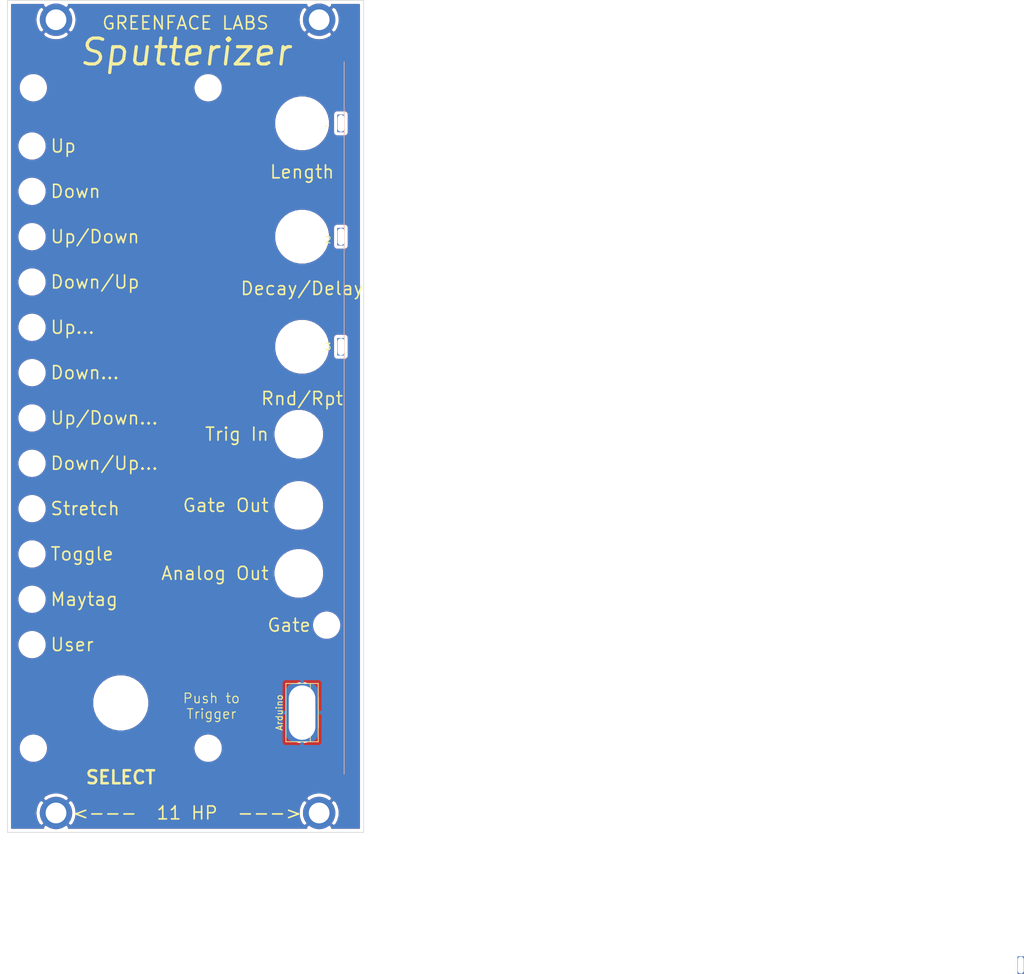
<source format=kicad_pcb>
(kicad_pcb (version 20171130) (host pcbnew "(5.1.2)-1")

  (general
    (thickness 1.6)
    (drawings 30)
    (tracks 0)
    (zones 0)
    (modules 30)
    (nets 2)
  )

  (page A4)
  (layers
    (0 F.Cu signal)
    (31 B.Cu signal)
    (32 B.Adhes user)
    (33 F.Adhes user)
    (34 B.Paste user)
    (35 F.Paste user)
    (36 B.SilkS user)
    (37 F.SilkS user)
    (38 B.Mask user)
    (39 F.Mask user)
    (40 Dwgs.User user)
    (41 Cmts.User user hide)
    (42 Eco1.User user)
    (43 Eco2.User user)
    (44 Edge.Cuts user)
    (45 Margin user)
    (46 B.CrtYd user)
    (47 F.CrtYd user)
    (48 B.Fab user)
    (49 F.Fab user)
  )

  (setup
    (last_trace_width 0.25)
    (trace_clearance 0.2)
    (zone_clearance 0.508)
    (zone_45_only no)
    (trace_min 0.2)
    (via_size 0.8)
    (via_drill 0.4)
    (via_min_size 0.4)
    (via_min_drill 0.3)
    (uvia_size 0.3)
    (uvia_drill 0.1)
    (uvias_allowed no)
    (uvia_min_size 0.2)
    (uvia_min_drill 0.1)
    (edge_width 0.05)
    (segment_width 0.2)
    (pcb_text_width 0.3)
    (pcb_text_size 1.5 1.5)
    (mod_edge_width 0.12)
    (mod_text_size 1 1)
    (mod_text_width 0.15)
    (pad_size 7.3 7.3)
    (pad_drill 7.3)
    (pad_to_mask_clearance 0.051)
    (solder_mask_min_width 0.25)
    (aux_axis_origin 0 0)
    (visible_elements 7FFFFFFF)
    (pcbplotparams
      (layerselection 0x010fc_ffffffff)
      (usegerberextensions false)
      (usegerberattributes false)
      (usegerberadvancedattributes false)
      (creategerberjobfile false)
      (excludeedgelayer true)
      (linewidth 0.100000)
      (plotframeref false)
      (viasonmask false)
      (mode 1)
      (useauxorigin false)
      (hpglpennumber 1)
      (hpglpenspeed 20)
      (hpglpendiameter 15.000000)
      (psnegative false)
      (psa4output false)
      (plotreference true)
      (plotvalue true)
      (plotinvisibletext false)
      (padsonsilk false)
      (subtractmaskfromsilk false)
      (outputformat 1)
      (mirror false)
      (drillshape 0)
      (scaleselection 1)
      (outputdirectory "gerber/"))
  )

  (net 0 "")
  (net 1 GND)

  (net_class Default "This is the default net class."
    (clearance 0.2)
    (trace_width 0.25)
    (via_dia 0.8)
    (via_drill 0.4)
    (uvia_dia 0.3)
    (uvia_drill 0.1)
    (add_net GND)
  )

  (module panel:MountingHole_7.3mm (layer F.Cu) (tedit 5DA523ED) (tstamp 5D0712D8)
    (at 105.5 113.5)
    (descr "Mounting Hole 6.5mm, no annular")
    (tags "mounting hole 6.5mm no annular")
    (path /5CECE6AD)
    (attr virtual)
    (fp_text reference H3 (at 3.5 0) (layer F.SilkS)
      (effects (font (size 1 1) (thickness 0.15)))
    )
    (fp_text value "Pot 3" (at 0 7.5) (layer F.Fab)
      (effects (font (size 1 1) (thickness 0.15)))
    )
    (fp_circle (center 0 0) (end 5.6 0) (layer F.CrtYd) (width 0.05))
    (fp_circle (center 0 0) (end 3.65 0) (layer Cmts.User) (width 0.15))
    (fp_text user %R (at 0.3 0) (layer F.Fab)
      (effects (font (size 1 1) (thickness 0.15)))
    )
    (pad "" thru_hole rect (at 6 0) (size 1.1 2.7) (drill oval 1 2.6) (layers *.Cu *.Mask))
    (pad "" np_thru_hole circle (at 0 0) (size 7.3 7.3) (drill 7.3) (layers *.Cu *.Mask))
  )

  (module panel:MountingHole_7.3mm (layer F.Cu) (tedit 5DA523ED) (tstamp 5D0712CA)
    (at 105.5 79)
    (descr "Mounting Hole 6.5mm, no annular")
    (tags "mounting hole 6.5mm no annular")
    (path /5CECDE72)
    (attr virtual)
    (fp_text reference H1 (at 3 0) (layer F.SilkS)
      (effects (font (size 1 1) (thickness 0.15)))
    )
    (fp_text value "Pot 1" (at 0 7.5) (layer F.Fab)
      (effects (font (size 1 1) (thickness 0.15)))
    )
    (fp_circle (center 0 0) (end 5.6 0) (layer F.CrtYd) (width 0.05))
    (fp_circle (center 0 0) (end 3.65 0) (layer Cmts.User) (width 0.15))
    (fp_text user %R (at 0.3 0) (layer F.Fab)
      (effects (font (size 1 1) (thickness 0.15)))
    )
    (pad "" thru_hole rect (at 6 0) (size 1.1 2.7) (drill oval 1 2.6) (layers *.Cu *.Mask))
    (pad "" np_thru_hole circle (at 0 0) (size 7.3 7.3) (drill 7.3) (layers *.Cu *.Mask))
  )

  (module panel:MountingHole_7.3mm (layer F.Cu) (tedit 5DA523ED) (tstamp 5D0712D1)
    (at 105.5 96.5)
    (descr "Mounting Hole 6.5mm, no annular")
    (tags "mounting hole 6.5mm no annular")
    (path /5CECE4E6)
    (attr virtual)
    (fp_text reference H2 (at 3.5 0.5) (layer F.SilkS)
      (effects (font (size 1 1) (thickness 0.15)))
    )
    (fp_text value "Pot 2" (at 0 7.5) (layer F.Fab)
      (effects (font (size 1 1) (thickness 0.15)))
    )
    (fp_circle (center 0 0) (end 5.6 0) (layer F.CrtYd) (width 0.05))
    (fp_circle (center 0 0) (end 3.65 0) (layer Cmts.User) (width 0.15))
    (fp_text user %R (at 0.3 0) (layer F.Fab)
      (effects (font (size 1 1) (thickness 0.15)))
    )
    (pad "" thru_hole rect (at 6 0) (size 1.1 2.7) (drill oval 1 2.6) (layers *.Cu *.Mask))
    (pad "" np_thru_hole circle (at 0 0) (size 7.3 7.3) (drill 7.3) (layers *.Cu *.Mask))
  )

  (module "" (layer F.Cu) (tedit 0) (tstamp 0)
    (at 111 95.5)
    (fp_text reference "" (at 105.5 113.5) (layer F.SilkS)
      (effects (font (size 1.27 1.27) (thickness 0.15)))
    )
    (fp_text value "" (at 105.5 113.5) (layer F.SilkS)
      (effects (font (size 1.27 1.27) (thickness 0.15)))
    )
    (pad "" thru_hole rect (at 105.5 113.5) (size 1 2.7) (drill oval 0.9 2.6) (layers *.Cu *.Mask))
  )

  (module panel:USB_Mini_Slot (layer F.Cu) (tedit 5CE84FD6) (tstamp 5CE8364C)
    (at 105.5 170)
    (path /5CEDEAC7)
    (fp_text reference H25 (at 0 -0.5) (layer F.SilkS)
      (effects (font (size 1 1) (thickness 0.15)))
    )
    (fp_text value MountingHole_Pad (at 0 -5.5) (layer F.Fab)
      (effects (font (size 1 1) (thickness 0.15)))
    )
    (fp_line (start -2.25 4.25) (end -2.25 -4.25) (layer F.CrtYd) (width 0.05))
    (fp_line (start 2.25 4.25) (end -2.25 4.25) (layer F.CrtYd) (width 0.05))
    (fp_line (start 2.25 -4.25) (end 2.25 4.25) (layer F.CrtYd) (width 0.05))
    (fp_line (start -2.25 -4.25) (end 2.25 -4.25) (layer F.CrtYd) (width 0.05))
    (fp_line (start 1.27 -4.5) (end 1.27 4.5) (layer F.SilkS) (width 0.12))
    (fp_line (start -2.5 4.5) (end -2.5 -4.5) (layer F.SilkS) (width 0.12))
    (fp_line (start 2.5 4.5) (end -2.5 4.5) (layer F.SilkS) (width 0.12))
    (fp_line (start 2.5 -4.5) (end 2.5 4.5) (layer F.SilkS) (width 0.12))
    (fp_line (start -2.5 -4.5) (end 2.5 -4.5) (layer F.SilkS) (width 0.12))
    (pad 1 thru_hole roundrect (at 0 0) (size 5 9) (drill oval 4.1 8.4) (layers B.Cu B.Mask) (roundrect_rratio 0.25)
      (net 1 GND))
  )

  (module MountingHole:MountingHole_3.2mm_M3 (layer F.Cu) (tedit 56D1B4CB) (tstamp 5CE732D8)
    (at 109.3 156.5)
    (descr "Mounting Hole 3.2mm, no annular, M3")
    (tags "mounting hole 3.2mm no annular m3")
    (path /5CECF6C9)
    (attr virtual)
    (fp_text reference H7 (at 0 0) (layer F.SilkS)
      (effects (font (size 1 1) (thickness 0.15)))
    )
    (fp_text value LED (at 0 4.2) (layer F.Fab)
      (effects (font (size 1 1) (thickness 0.15)))
    )
    (fp_circle (center 0 0) (end 3.45 0) (layer F.CrtYd) (width 0.05))
    (fp_circle (center 0 0) (end 3.2 0) (layer Cmts.User) (width 0.15))
    (fp_text user %R (at 0.3 0) (layer F.Fab)
      (effects (font (size 1 1) (thickness 0.15)))
    )
    (pad 1 np_thru_hole circle (at 0 0) (size 3.2 3.2) (drill 3.2) (layers *.Cu *.Mask))
  )

  (module panel:MountingHole_7.5mm (layer F.Cu) (tedit 5CE6D968) (tstamp 5CE736BF)
    (at 77.5 168.5)
    (descr "Mounting Hole 6.5mm, no annular")
    (tags "mounting hole 6.5mm no annular")
    (path /5CED00A8)
    (attr virtual)
    (fp_text reference H8 (at 0 0) (layer F.SilkS)
      (effects (font (size 1 1) (thickness 0.15)))
    )
    (fp_text value Encoder (at 0 7.5) (layer F.Fab)
      (effects (font (size 1 1) (thickness 0.15)))
    )
    (fp_circle (center 0 0) (end 6.75 0) (layer F.CrtYd) (width 0.05))
    (fp_circle (center 0 0) (end 6.5 0) (layer Cmts.User) (width 0.15))
    (fp_text user %R (at 0.3 0) (layer F.Fab)
      (effects (font (size 1 1) (thickness 0.15)))
    )
    (pad "" np_thru_hole circle (at 0 0) (size 7.5 7.5) (drill 7.5) (layers *.Cu *.Mask))
  )

  (module MountingHole:MountingHole_3.2mm_M3 (layer F.Cu) (tedit 56D1B4CB) (tstamp 5CE737DA)
    (at 63.8 82.5)
    (descr "Mounting Hole 3.2mm, no annular, M3")
    (tags "mounting hole 3.2mm no annular m3")
    (path /5CED1271)
    (attr virtual)
    (fp_text reference H9 (at 0 0) (layer F.SilkS)
      (effects (font (size 1 1) (thickness 0.15)))
    )
    (fp_text value LED (at 0 4.2) (layer F.Fab)
      (effects (font (size 1 1) (thickness 0.15)))
    )
    (fp_circle (center 0 0) (end 3.45 0) (layer F.CrtYd) (width 0.05))
    (fp_circle (center 0 0) (end 3.2 0) (layer Cmts.User) (width 0.15))
    (fp_text user %R (at 0.3 0) (layer F.Fab)
      (effects (font (size 1 1) (thickness 0.15)))
    )
    (pad 1 np_thru_hole circle (at 0 0) (size 3.2 3.2) (drill 3.2) (layers *.Cu *.Mask))
  )

  (module MountingHole:MountingHole_3.2mm_M3 (layer F.Cu) (tedit 56D1B4CB) (tstamp 5CE737E2)
    (at 63.8 89.5)
    (descr "Mounting Hole 3.2mm, no annular, M3")
    (tags "mounting hole 3.2mm no annular m3")
    (path /5CED2099)
    (attr virtual)
    (fp_text reference H10 (at 0 0.5) (layer F.SilkS)
      (effects (font (size 1 1) (thickness 0.15)))
    )
    (fp_text value LED (at 0 4.2) (layer F.Fab)
      (effects (font (size 1 1) (thickness 0.15)))
    )
    (fp_circle (center 0 0) (end 3.45 0) (layer F.CrtYd) (width 0.05))
    (fp_circle (center 0 0) (end 3.2 0) (layer Cmts.User) (width 0.15))
    (fp_text user %R (at 0.3 0) (layer F.Fab)
      (effects (font (size 1 1) (thickness 0.15)))
    )
    (pad 1 np_thru_hole circle (at 0 0) (size 3.2 3.2) (drill 3.2) (layers *.Cu *.Mask))
  )

  (module MountingHole:MountingHole_3.2mm_M3 (layer F.Cu) (tedit 56D1B4CB) (tstamp 5CE737EA)
    (at 63.8 96.5)
    (descr "Mounting Hole 3.2mm, no annular, M3")
    (tags "mounting hole 3.2mm no annular m3")
    (path /5CED25BB)
    (attr virtual)
    (fp_text reference H11 (at 0.25 0) (layer F.SilkS)
      (effects (font (size 1 1) (thickness 0.15)))
    )
    (fp_text value LED (at 0 4.2) (layer F.Fab)
      (effects (font (size 1 1) (thickness 0.15)))
    )
    (fp_circle (center 0 0) (end 3.45 0) (layer F.CrtYd) (width 0.05))
    (fp_circle (center 0 0) (end 3.2 0) (layer Cmts.User) (width 0.15))
    (fp_text user %R (at 0.3 0) (layer F.Fab)
      (effects (font (size 1 1) (thickness 0.15)))
    )
    (pad 1 np_thru_hole circle (at 0 0) (size 3.2 3.2) (drill 3.2) (layers *.Cu *.Mask))
  )

  (module MountingHole:MountingHole_3.2mm_M3 (layer F.Cu) (tedit 56D1B4CB) (tstamp 5CE737F2)
    (at 63.8 103.5)
    (descr "Mounting Hole 3.2mm, no annular, M3")
    (tags "mounting hole 3.2mm no annular m3")
    (path /5CED2786)
    (attr virtual)
    (fp_text reference H12 (at 0.25 0) (layer F.SilkS)
      (effects (font (size 1 1) (thickness 0.15)))
    )
    (fp_text value LED (at 0 4.2) (layer F.Fab)
      (effects (font (size 1 1) (thickness 0.15)))
    )
    (fp_circle (center 0 0) (end 3.45 0) (layer F.CrtYd) (width 0.05))
    (fp_circle (center 0 0) (end 3.2 0) (layer Cmts.User) (width 0.15))
    (fp_text user %R (at 0.3 0) (layer F.Fab)
      (effects (font (size 1 1) (thickness 0.15)))
    )
    (pad 1 np_thru_hole circle (at 0 0) (size 3.2 3.2) (drill 3.2) (layers *.Cu *.Mask))
  )

  (module MountingHole:MountingHole_3.2mm_M3 (layer F.Cu) (tedit 56D1B4CB) (tstamp 5CE737FA)
    (at 63.8 110.5)
    (descr "Mounting Hole 3.2mm, no annular, M3")
    (tags "mounting hole 3.2mm no annular m3")
    (path /5CED2969)
    (attr virtual)
    (fp_text reference H13 (at -0.25 0) (layer F.SilkS)
      (effects (font (size 1 1) (thickness 0.15)))
    )
    (fp_text value LED (at 0 4.2) (layer F.Fab)
      (effects (font (size 1 1) (thickness 0.15)))
    )
    (fp_circle (center 0 0) (end 3.45 0) (layer F.CrtYd) (width 0.05))
    (fp_circle (center 0 0) (end 3.2 0) (layer Cmts.User) (width 0.15))
    (fp_text user %R (at 0.3 0) (layer F.Fab)
      (effects (font (size 1 1) (thickness 0.15)))
    )
    (pad 1 np_thru_hole circle (at 0 0) (size 3.2 3.2) (drill 3.2) (layers *.Cu *.Mask))
  )

  (module MountingHole:MountingHole_3.2mm_M3 (layer F.Cu) (tedit 56D1B4CB) (tstamp 5CE73802)
    (at 63.8 117.5)
    (descr "Mounting Hole 3.2mm, no annular, M3")
    (tags "mounting hole 3.2mm no annular m3")
    (path /5CED2B19)
    (attr virtual)
    (fp_text reference H14 (at 0 0) (layer F.SilkS)
      (effects (font (size 1 1) (thickness 0.15)))
    )
    (fp_text value LED (at 0 4.2) (layer F.Fab)
      (effects (font (size 1 1) (thickness 0.15)))
    )
    (fp_circle (center 0 0) (end 3.45 0) (layer F.CrtYd) (width 0.05))
    (fp_circle (center 0 0) (end 3.2 0) (layer Cmts.User) (width 0.15))
    (fp_text user %R (at 0.3 0) (layer F.Fab)
      (effects (font (size 1 1) (thickness 0.15)))
    )
    (pad 1 np_thru_hole circle (at 0 0) (size 3.2 3.2) (drill 3.2) (layers *.Cu *.Mask))
  )

  (module MountingHole:MountingHole_3.2mm_M3 (layer F.Cu) (tedit 56D1B4CB) (tstamp 5CE7380A)
    (at 63.8 124.5)
    (descr "Mounting Hole 3.2mm, no annular, M3")
    (tags "mounting hole 3.2mm no annular m3")
    (path /5CED2DDA)
    (attr virtual)
    (fp_text reference H15 (at 0 0) (layer F.SilkS)
      (effects (font (size 1 1) (thickness 0.15)))
    )
    (fp_text value LED (at 0 4.2) (layer F.Fab)
      (effects (font (size 1 1) (thickness 0.15)))
    )
    (fp_circle (center 0 0) (end 3.45 0) (layer F.CrtYd) (width 0.05))
    (fp_circle (center 0 0) (end 3.2 0) (layer Cmts.User) (width 0.15))
    (fp_text user %R (at 0.3 0) (layer F.Fab)
      (effects (font (size 1 1) (thickness 0.15)))
    )
    (pad 1 np_thru_hole circle (at 0 0) (size 3.2 3.2) (drill 3.2) (layers *.Cu *.Mask))
  )

  (module MountingHole:MountingHole_3.2mm_M3 (layer F.Cu) (tedit 56D1B4CB) (tstamp 5CE73812)
    (at 63.8 131.5)
    (descr "Mounting Hole 3.2mm, no annular, M3")
    (tags "mounting hole 3.2mm no annular m3")
    (path /5CED2FAC)
    (attr virtual)
    (fp_text reference H16 (at 0 0) (layer F.SilkS)
      (effects (font (size 1 1) (thickness 0.15)))
    )
    (fp_text value LED (at 0 4.2) (layer F.Fab)
      (effects (font (size 1 1) (thickness 0.15)))
    )
    (fp_circle (center 0 0) (end 3.45 0) (layer F.CrtYd) (width 0.05))
    (fp_circle (center 0 0) (end 3.2 0) (layer Cmts.User) (width 0.15))
    (fp_text user %R (at 0.3 0) (layer F.Fab)
      (effects (font (size 1 1) (thickness 0.15)))
    )
    (pad 1 np_thru_hole circle (at 0 0) (size 3.2 3.2) (drill 3.2) (layers *.Cu *.Mask))
  )

  (module MountingHole:MountingHole_3.2mm_M3 (layer F.Cu) (tedit 56D1B4CB) (tstamp 5CE7381A)
    (at 63.8 138.5)
    (descr "Mounting Hole 3.2mm, no annular, M3")
    (tags "mounting hole 3.2mm no annular m3")
    (path /5CED30C8)
    (attr virtual)
    (fp_text reference H17 (at 0 0) (layer F.SilkS)
      (effects (font (size 1 1) (thickness 0.15)))
    )
    (fp_text value LED (at 0 4.2) (layer F.Fab)
      (effects (font (size 1 1) (thickness 0.15)))
    )
    (fp_circle (center 0 0) (end 3.45 0) (layer F.CrtYd) (width 0.05))
    (fp_circle (center 0 0) (end 3.2 0) (layer Cmts.User) (width 0.15))
    (fp_text user %R (at 0.3 0) (layer F.Fab)
      (effects (font (size 1 1) (thickness 0.15)))
    )
    (pad 1 np_thru_hole circle (at 0 0) (size 3.2 3.2) (drill 3.2) (layers *.Cu *.Mask))
  )

  (module MountingHole:MountingHole_3.2mm_M3 (layer F.Cu) (tedit 56D1B4CB) (tstamp 5CE73822)
    (at 63.8 145.5)
    (descr "Mounting Hole 3.2mm, no annular, M3")
    (tags "mounting hole 3.2mm no annular m3")
    (path /5CED3251)
    (attr virtual)
    (fp_text reference H18 (at 0 0) (layer F.SilkS)
      (effects (font (size 1 1) (thickness 0.15)))
    )
    (fp_text value LED (at 0 4.2) (layer F.Fab)
      (effects (font (size 1 1) (thickness 0.15)))
    )
    (fp_circle (center 0 0) (end 3.45 0) (layer F.CrtYd) (width 0.05))
    (fp_circle (center 0 0) (end 3.2 0) (layer Cmts.User) (width 0.15))
    (fp_text user %R (at 0.3 0) (layer F.Fab)
      (effects (font (size 1 1) (thickness 0.15)))
    )
    (pad 1 np_thru_hole circle (at 0 0) (size 3.2 3.2) (drill 3.2) (layers *.Cu *.Mask))
  )

  (module MountingHole:MountingHole_3.2mm_M3 (layer F.Cu) (tedit 56D1B4CB) (tstamp 5CE7382A)
    (at 63.8 152.5)
    (descr "Mounting Hole 3.2mm, no annular, M3")
    (tags "mounting hole 3.2mm no annular m3")
    (path /5CED3363)
    (attr virtual)
    (fp_text reference H19 (at 0 0) (layer F.SilkS)
      (effects (font (size 1 1) (thickness 0.15)))
    )
    (fp_text value LED (at 0 4.2) (layer F.Fab)
      (effects (font (size 1 1) (thickness 0.15)))
    )
    (fp_circle (center 0 0) (end 3.45 0) (layer F.CrtYd) (width 0.05))
    (fp_circle (center 0 0) (end 3.2 0) (layer Cmts.User) (width 0.15))
    (fp_text user %R (at 0.3 0) (layer F.Fab)
      (effects (font (size 1 1) (thickness 0.15)))
    )
    (pad 1 np_thru_hole circle (at 0 0) (size 3.2 3.2) (drill 3.2) (layers *.Cu *.Mask))
  )

  (module MountingHole:MountingHole_3.2mm_M3 (layer F.Cu) (tedit 56D1B4CB) (tstamp 5CE73832)
    (at 63.8 159.5)
    (descr "Mounting Hole 3.2mm, no annular, M3")
    (tags "mounting hole 3.2mm no annular m3")
    (path /5CED3679)
    (attr virtual)
    (fp_text reference H20 (at 0 0) (layer F.SilkS)
      (effects (font (size 1 1) (thickness 0.15)))
    )
    (fp_text value LED (at 0 4.2) (layer F.Fab)
      (effects (font (size 1 1) (thickness 0.15)))
    )
    (fp_circle (center 0 0) (end 3.45 0) (layer F.CrtYd) (width 0.05))
    (fp_circle (center 0 0) (end 3.2 0) (layer Cmts.User) (width 0.15))
    (fp_text user %R (at 0.3 0) (layer F.Fab)
      (effects (font (size 1 1) (thickness 0.15)))
    )
    (pad 1 np_thru_hole circle (at 0 0) (size 3.2 3.2) (drill 3.2) (layers *.Cu *.Mask))
  )

  (module panel:MountingHole_6.5mmGFL (layer F.Cu) (tedit 5CE7E13A) (tstamp 5CE7E20E)
    (at 105 138)
    (descr "Mounting Hole 6.5mm, no annular")
    (tags "mounting hole 6.5mm no annular")
    (path /5CECED03)
    (attr virtual)
    (fp_text reference H5 (at 0 0) (layer F.SilkS)
      (effects (font (size 1 1) (thickness 0.15)))
    )
    (fp_text value "Jack 2" (at 0 7.5) (layer F.Fab)
      (effects (font (size 1 1) (thickness 0.15)))
    )
    (fp_circle (center 0 0) (end 3.5 0) (layer F.CrtYd) (width 0.05))
    (fp_circle (center 0 0) (end 3.5 0) (layer Cmts.User) (width 0.15))
    (fp_text user %R (at 0.3 0) (layer F.Fab)
      (effects (font (size 1 1) (thickness 0.15)))
    )
    (pad 1 np_thru_hole circle (at 0 0) (size 6.5 6.5) (drill 6.5) (layers *.Cu *.Mask))
  )

  (module panel:MountingHole_6.5mmGFL (layer F.Cu) (tedit 5CE7E13A) (tstamp 5CE7E215)
    (at 105 148.5)
    (descr "Mounting Hole 6.5mm, no annular")
    (tags "mounting hole 6.5mm no annular")
    (path /5CECF324)
    (attr virtual)
    (fp_text reference H6 (at 0 0) (layer F.SilkS)
      (effects (font (size 1 1) (thickness 0.15)))
    )
    (fp_text value "Jack 3" (at 0 7.5) (layer F.Fab)
      (effects (font (size 1 1) (thickness 0.15)))
    )
    (fp_circle (center 0 0) (end 3.5 0) (layer F.CrtYd) (width 0.05))
    (fp_circle (center 0 0) (end 3.5 0) (layer Cmts.User) (width 0.15))
    (fp_text user %R (at 0.3 0) (layer F.Fab)
      (effects (font (size 1 1) (thickness 0.15)))
    )
    (pad 1 np_thru_hole circle (at 0 0) (size 6.5 6.5) (drill 6.5) (layers *.Cu *.Mask))
  )

  (module panel:MountingHole_3.2mm_M3_SmPad (layer F.Cu) (tedit 5CE7F0AE) (tstamp 5CE7F146)
    (at 67.5 63)
    (descr "Mounting Hole 3.2mm, M3")
    (tags "mounting hole 3.2mm m3")
    (path /5CED665A)
    (attr virtual)
    (fp_text reference H21 (at 0 0) (layer F.SilkS)
      (effects (font (size 1 1) (thickness 0.15)))
    )
    (fp_text value MountingHole_Pad (at 0 4.2) (layer F.Fab)
      (effects (font (size 1 1) (thickness 0.15)))
    )
    (fp_circle (center 0 0) (end 2.5 0) (layer F.CrtYd) (width 0.05))
    (fp_circle (center 0 0) (end 2.5 0) (layer Cmts.User) (width 0.15))
    (fp_text user %R (at 0.3 0) (layer F.Fab)
      (effects (font (size 1 1) (thickness 0.15)))
    )
    (pad 1 thru_hole circle (at 0 0) (size 5 5) (drill 3.2) (layers *.Cu *.Mask)
      (net 1 GND))
  )

  (module panel:MountingHole_3.2mm_M3_SmPad (layer F.Cu) (tedit 5CE7F0AE) (tstamp 5CE7F14D)
    (at 67.5 185.5)
    (descr "Mounting Hole 3.2mm, M3")
    (tags "mounting hole 3.2mm m3")
    (path /5CED7018)
    (attr virtual)
    (fp_text reference H22 (at 0 0) (layer F.SilkS)
      (effects (font (size 1 1) (thickness 0.15)))
    )
    (fp_text value MountingHole_Pad (at 0 4.2) (layer F.Fab)
      (effects (font (size 1 1) (thickness 0.15)))
    )
    (fp_circle (center 0 0) (end 2.5 0) (layer F.CrtYd) (width 0.05))
    (fp_circle (center 0 0) (end 2.5 0) (layer Cmts.User) (width 0.15))
    (fp_text user %R (at 0.3 0) (layer F.Fab)
      (effects (font (size 1 1) (thickness 0.15)))
    )
    (pad 1 thru_hole circle (at 0 0) (size 5 5) (drill 3.2) (layers *.Cu *.Mask)
      (net 1 GND))
  )

  (module panel:MountingHole_3.2mm_M3_SmPad (layer F.Cu) (tedit 5CE7F0AE) (tstamp 5CE7F154)
    (at 108.14 185.5)
    (descr "Mounting Hole 3.2mm, M3")
    (tags "mounting hole 3.2mm m3")
    (path /5CED729F)
    (attr virtual)
    (fp_text reference H23 (at -0.14 0) (layer F.SilkS)
      (effects (font (size 1 1) (thickness 0.15)))
    )
    (fp_text value MountingHole_Pad (at 0 4.2) (layer F.Fab)
      (effects (font (size 1 1) (thickness 0.15)))
    )
    (fp_circle (center 0 0) (end 2.5 0) (layer F.CrtYd) (width 0.05))
    (fp_circle (center 0 0) (end 2.5 0) (layer Cmts.User) (width 0.15))
    (fp_text user %R (at 0.3 0) (layer F.Fab)
      (effects (font (size 1 1) (thickness 0.15)))
    )
    (pad 1 thru_hole circle (at 0 0) (size 5 5) (drill 3.2) (layers *.Cu *.Mask)
      (net 1 GND))
  )

  (module panel:MountingHole_3.2mm_M3_SmPad (layer F.Cu) (tedit 5CE7F0AE) (tstamp 5CE7F15B)
    (at 108.14 63)
    (descr "Mounting Hole 3.2mm, M3")
    (tags "mounting hole 3.2mm m3")
    (path /5CED74DE)
    (attr virtual)
    (fp_text reference H24 (at -0.14 0) (layer F.SilkS)
      (effects (font (size 1 1) (thickness 0.15)))
    )
    (fp_text value MountingHole_Pad (at 0 4.2) (layer F.Fab)
      (effects (font (size 1 1) (thickness 0.15)))
    )
    (fp_circle (center 0 0) (end 2.5 0) (layer F.CrtYd) (width 0.05))
    (fp_circle (center 0 0) (end 2.5 0) (layer Cmts.User) (width 0.15))
    (fp_text user %R (at 0.3 0) (layer F.Fab)
      (effects (font (size 1 1) (thickness 0.15)))
    )
    (pad 1 thru_hole circle (at 0 0) (size 5 5) (drill 3.2) (layers *.Cu *.Mask)
      (net 1 GND))
  )

  (module MountingHole:MountingHole_3.2mm_M3 (layer F.Cu) (tedit 56D1B4CB) (tstamp 5D01D2E2)
    (at 64 73.5)
    (descr "Mounting Hole 3.2mm, no annular, M3")
    (tags "mounting hole 3.2mm no annular m3")
    (path /5D01A570)
    (attr virtual)
    (fp_text reference H26 (at 0 0) (layer F.SilkS)
      (effects (font (size 1 1) (thickness 0.15)))
    )
    (fp_text value MountingHole (at 0 4.2) (layer F.Fab)
      (effects (font (size 1 1) (thickness 0.15)))
    )
    (fp_circle (center 0 0) (end 3.45 0) (layer F.CrtYd) (width 0.05))
    (fp_circle (center 0 0) (end 3.2 0) (layer Cmts.User) (width 0.15))
    (fp_text user %R (at 0.3 0) (layer F.Fab)
      (effects (font (size 1 1) (thickness 0.15)))
    )
    (pad 1 np_thru_hole circle (at 0 0) (size 3.2 3.2) (drill 3.2) (layers *.Cu *.Mask))
  )

  (module MountingHole:MountingHole_3.2mm_M3 (layer F.Cu) (tedit 56D1B4CB) (tstamp 5D01D2EA)
    (at 91 175.5)
    (descr "Mounting Hole 3.2mm, no annular, M3")
    (tags "mounting hole 3.2mm no annular m3")
    (path /5D01B99C)
    (attr virtual)
    (fp_text reference H27 (at 0 0) (layer F.SilkS)
      (effects (font (size 1 1) (thickness 0.15)))
    )
    (fp_text value MountingHole (at 0 4.2) (layer F.Fab)
      (effects (font (size 1 1) (thickness 0.15)))
    )
    (fp_circle (center 0 0) (end 3.45 0) (layer F.CrtYd) (width 0.05))
    (fp_circle (center 0 0) (end 3.2 0) (layer Cmts.User) (width 0.15))
    (fp_text user %R (at 0.3 0) (layer F.Fab)
      (effects (font (size 1 1) (thickness 0.15)))
    )
    (pad 1 np_thru_hole circle (at 0 0) (size 3.2 3.2) (drill 3.2) (layers *.Cu *.Mask))
  )

  (module MountingHole:MountingHole_3.2mm_M3 (layer F.Cu) (tedit 56D1B4CB) (tstamp 5D01D2F2)
    (at 64 175.5)
    (descr "Mounting Hole 3.2mm, no annular, M3")
    (tags "mounting hole 3.2mm no annular m3")
    (path /5D01B1DC)
    (attr virtual)
    (fp_text reference H28 (at 0 0) (layer F.SilkS)
      (effects (font (size 1 1) (thickness 0.15)))
    )
    (fp_text value MountingHole (at 0 4.2) (layer F.Fab)
      (effects (font (size 1 1) (thickness 0.15)))
    )
    (fp_circle (center 0 0) (end 3.45 0) (layer F.CrtYd) (width 0.05))
    (fp_circle (center 0 0) (end 3.2 0) (layer Cmts.User) (width 0.15))
    (fp_text user %R (at 0.3 0) (layer F.Fab)
      (effects (font (size 1 1) (thickness 0.15)))
    )
    (pad 1 np_thru_hole circle (at 0 0) (size 3.2 3.2) (drill 3.2) (layers *.Cu *.Mask))
  )

  (module MountingHole:MountingHole_3.2mm_M3 (layer F.Cu) (tedit 56D1B4CB) (tstamp 5D01D2FA)
    (at 91 73.5)
    (descr "Mounting Hole 3.2mm, no annular, M3")
    (tags "mounting hole 3.2mm no annular m3")
    (path /5D01BF0F)
    (attr virtual)
    (fp_text reference H29 (at 0 0) (layer F.SilkS)
      (effects (font (size 1 1) (thickness 0.15)))
    )
    (fp_text value MountingHole (at 0 4.2) (layer F.Fab)
      (effects (font (size 1 1) (thickness 0.15)))
    )
    (fp_circle (center 0 0) (end 3.45 0) (layer F.CrtYd) (width 0.05))
    (fp_circle (center 0 0) (end 3.2 0) (layer Cmts.User) (width 0.15))
    (fp_text user %R (at 0.3 0) (layer F.Fab)
      (effects (font (size 1 1) (thickness 0.15)))
    )
    (pad 1 np_thru_hole circle (at 0 0) (size 3.2 3.2) (drill 3.2) (layers *.Cu *.Mask))
  )

  (module panel:MountingHole_6.5mmGFL (layer F.Cu) (tedit 5CE7E13A) (tstamp 5D0712DF)
    (at 105 127)
    (descr "Mounting Hole 6.5mm, no annular")
    (tags "mounting hole 6.5mm no annular")
    (path /5CECE8A2)
    (attr virtual)
    (fp_text reference H4 (at 0 0) (layer F.SilkS)
      (effects (font (size 1 1) (thickness 0.15)))
    )
    (fp_text value "Jack 1" (at 0 7.5) (layer F.Fab)
      (effects (font (size 1 1) (thickness 0.15)))
    )
    (fp_circle (center 0 0) (end 3.5 0) (layer F.CrtYd) (width 0.05))
    (fp_circle (center 0 0) (end 3.5 0) (layer Cmts.User) (width 0.15))
    (fp_text user %R (at 0.3 0) (layer F.Fab)
      (effects (font (size 1 1) (thickness 0.15)))
    )
    (pad 1 np_thru_hole circle (at 0 0) (size 6.5 6.5) (drill 6.5) (layers *.Cu *.Mask))
  )

  (gr_text "GREENFACE LABS" (at 87.5 63.5) (layer F.SilkS) (tstamp 5CE85131)
    (effects (font (size 2 2) (thickness 0.25)))
  )
  (gr_text Sputterizer (at 87.5 68) (layer F.SilkS) (tstamp 5CE801DB)
    (effects (font (size 4 4) (thickness 0.5) italic))
  )
  (gr_text "<---  11 HP  --->" (at 87.75 185.5) (layer F.SilkS) (tstamp 5CE80199)
    (effects (font (size 2 2) (thickness 0.25)))
  )
  (gr_text Gate (at 103.5 156.5) (layer F.SilkS) (tstamp 5CE80100)
    (effects (font (size 2 2) (thickness 0.25)))
  )
  (gr_text "Analog Out" (at 100.5 148.5) (layer F.SilkS) (tstamp 5CE800E2)
    (effects (font (size 2 2) (thickness 0.25)) (justify right))
  )
  (gr_text "Gate Out" (at 100.5 138) (layer F.SilkS) (tstamp 5CE800C7)
    (effects (font (size 2 2) (thickness 0.25)) (justify right))
  )
  (gr_text "Trig In" (at 100.5 127) (layer F.SilkS) (tstamp 5CE80069)
    (effects (font (size 2 2) (thickness 0.25)) (justify right))
  )
  (gr_text Arduino (at 102 170 90) (layer F.SilkS)
    (effects (font (size 1 1) (thickness 0.15)))
  )
  (gr_text "Push to\nTrigger" (at 91.5 169) (layer F.SilkS) (tstamp 5CE7FF8B)
    (effects (font (size 1.5 1.5) (thickness 0.16)))
  )
  (gr_text SELECT (at 77.5 180) (layer F.SilkS) (tstamp 5CE7FF6F)
    (effects (font (size 2 2) (thickness 0.4)))
  )
  (gr_text Rnd/Rpt (at 105.5 121.5) (layer F.SilkS) (tstamp 5CE7FEE3)
    (effects (font (size 2 2) (thickness 0.25)))
  )
  (gr_text Decay/Delay (at 105.5 104.5) (layer F.SilkS) (tstamp 5CE7FEC1)
    (effects (font (size 2 2) (thickness 0.25)))
  )
  (gr_text Length (at 105.5 86.5) (layer F.SilkS) (tstamp 5CE7FE93)
    (effects (font (size 2 2) (thickness 0.25)))
  )
  (gr_text User (at 66.5 159.5) (layer F.SilkS) (tstamp 5CE7FDAF)
    (effects (font (size 2 2) (thickness 0.25)) (justify left))
  )
  (gr_text Maytag (at 66.5 152.5) (layer F.SilkS) (tstamp 5CE7FDA3)
    (effects (font (size 2 2) (thickness 0.25)) (justify left))
  )
  (gr_text Toggle (at 66.5 145.5) (layer F.SilkS) (tstamp 5CE7FD96)
    (effects (font (size 2 2) (thickness 0.25)) (justify left))
  )
  (gr_text Stretch (at 66.5 138.5) (layer F.SilkS) (tstamp 5CE7FB90)
    (effects (font (size 2 2) (thickness 0.25)) (justify left))
  )
  (gr_text Down/Up... (at 66.5 131.5) (layer F.SilkS) (tstamp 5CE7FAD3)
    (effects (font (size 2 2) (thickness 0.25)) (justify left))
  )
  (gr_text Up/Down... (at 66.5 124.5) (layer F.SilkS) (tstamp 5CE7FAC1)
    (effects (font (size 2 2) (thickness 0.25)) (justify left))
  )
  (gr_text Down... (at 66.5 117.5) (layer F.SilkS) (tstamp 5CE7FA9C)
    (effects (font (size 2 2) (thickness 0.25)) (justify left))
  )
  (gr_text Up... (at 66.5 110.5) (layer F.SilkS) (tstamp 5CE7FA72)
    (effects (font (size 2 2) (thickness 0.25)) (justify left))
  )
  (gr_text Down/Up (at 66.5 103.5) (layer F.SilkS) (tstamp 5CE7F814)
    (effects (font (size 2 2) (thickness 0.25)) (justify left))
  )
  (gr_text Up/Down (at 66.5 96.5) (layer F.SilkS) (tstamp 5CE7F7F3)
    (effects (font (size 2 2) (thickness 0.25)) (justify left))
  )
  (gr_text Down (at 66.5 89.5) (layer F.SilkS) (tstamp 5CE7F7D6)
    (effects (font (size 2 2) (thickness 0.25)) (justify left))
  )
  (gr_text Up (at 66.5 82.5) (layer F.SilkS)
    (effects (font (size 2 2) (thickness 0.25)) (justify left))
  )
  (gr_line (start 112 69.5) (end 112 179.5) (layer B.SilkS) (width 0.12))
  (gr_line (start 115 60) (end 60 60) (layer Edge.Cuts) (width 0.1))
  (gr_line (start 115 188.5) (end 115 60) (layer Edge.Cuts) (width 0.1))
  (gr_line (start 60 188.5) (end 115 188.5) (layer Edge.Cuts) (width 0.1))
  (gr_line (start 60 60) (end 60 188.5) (layer Edge.Cuts) (width 0.1))

  (zone (net 1) (net_name GND) (layer B.Cu) (tstamp 5CF551FF) (hatch edge 0.508)
    (connect_pads (clearance 0.508))
    (min_thickness 0.254)
    (fill yes (arc_segments 32) (thermal_gap 0.508) (thermal_bridge_width 0.508))
    (polygon
      (pts
        (xy 60 188.5) (xy 60 60) (xy 115 60) (xy 115 188.5)
      )
    )
    (filled_polygon
      (pts
        (xy 65.476457 60.796852) (xy 67.5 62.820395) (xy 69.523543 60.796852) (xy 69.449638 60.685) (xy 106.190362 60.685)
        (xy 106.116457 60.796852) (xy 108.14 62.820395) (xy 110.163543 60.796852) (xy 110.089638 60.685) (xy 114.315001 60.685)
        (xy 114.315 187.815) (xy 110.089638 187.815) (xy 110.163543 187.703148) (xy 108.14 185.679605) (xy 106.116457 187.703148)
        (xy 106.190362 187.815) (xy 69.449638 187.815) (xy 69.523543 187.703148) (xy 67.5 185.679605) (xy 65.476457 187.703148)
        (xy 65.550362 187.815) (xy 60.685 187.815) (xy 60.685 185.503328) (xy 64.349832 185.503328) (xy 64.41101 186.117831)
        (xy 64.590897 186.708592) (xy 64.878882 187.247373) (xy 65.296852 187.523543) (xy 67.320395 185.5) (xy 67.679605 185.5)
        (xy 69.703148 187.523543) (xy 70.121118 187.247373) (xy 70.411649 186.702443) (xy 70.590287 186.111304) (xy 70.649519 185.503328)
        (xy 104.989832 185.503328) (xy 105.05101 186.117831) (xy 105.230897 186.708592) (xy 105.518882 187.247373) (xy 105.936852 187.523543)
        (xy 107.960395 185.5) (xy 108.319605 185.5) (xy 110.343148 187.523543) (xy 110.761118 187.247373) (xy 111.051649 186.702443)
        (xy 111.230287 186.111304) (xy 111.290168 185.496672) (xy 111.22899 184.882169) (xy 111.049103 184.291408) (xy 110.761118 183.752627)
        (xy 110.343148 183.476457) (xy 108.319605 185.5) (xy 107.960395 185.5) (xy 105.936852 183.476457) (xy 105.518882 183.752627)
        (xy 105.228351 184.297557) (xy 105.049713 184.888696) (xy 104.989832 185.503328) (xy 70.649519 185.503328) (xy 70.650168 185.496672)
        (xy 70.58899 184.882169) (xy 70.409103 184.291408) (xy 70.121118 183.752627) (xy 69.703148 183.476457) (xy 67.679605 185.5)
        (xy 67.320395 185.5) (xy 65.296852 183.476457) (xy 64.878882 183.752627) (xy 64.588351 184.297557) (xy 64.409713 184.888696)
        (xy 64.349832 185.503328) (xy 60.685 185.503328) (xy 60.685 183.296852) (xy 65.476457 183.296852) (xy 67.5 185.320395)
        (xy 69.523543 183.296852) (xy 106.116457 183.296852) (xy 108.14 185.320395) (xy 110.163543 183.296852) (xy 109.887373 182.878882)
        (xy 109.342443 182.588351) (xy 108.751304 182.409713) (xy 108.136672 182.349832) (xy 107.522169 182.41101) (xy 106.931408 182.590897)
        (xy 106.392627 182.878882) (xy 106.116457 183.296852) (xy 69.523543 183.296852) (xy 69.247373 182.878882) (xy 68.702443 182.588351)
        (xy 68.111304 182.409713) (xy 67.496672 182.349832) (xy 66.882169 182.41101) (xy 66.291408 182.590897) (xy 65.752627 182.878882)
        (xy 65.476457 183.296852) (xy 60.685 183.296852) (xy 60.685 175.279872) (xy 61.765 175.279872) (xy 61.765 175.720128)
        (xy 61.85089 176.151925) (xy 62.019369 176.558669) (xy 62.263962 176.924729) (xy 62.575271 177.236038) (xy 62.941331 177.480631)
        (xy 63.348075 177.64911) (xy 63.779872 177.735) (xy 64.220128 177.735) (xy 64.651925 177.64911) (xy 65.058669 177.480631)
        (xy 65.424729 177.236038) (xy 65.736038 176.924729) (xy 65.980631 176.558669) (xy 66.14911 176.151925) (xy 66.235 175.720128)
        (xy 66.235 175.279872) (xy 88.765 175.279872) (xy 88.765 175.720128) (xy 88.85089 176.151925) (xy 89.019369 176.558669)
        (xy 89.263962 176.924729) (xy 89.575271 177.236038) (xy 89.941331 177.480631) (xy 90.348075 177.64911) (xy 90.779872 177.735)
        (xy 91.220128 177.735) (xy 91.651925 177.64911) (xy 92.058669 177.480631) (xy 92.424729 177.236038) (xy 92.736038 176.924729)
        (xy 92.980631 176.558669) (xy 93.14911 176.151925) (xy 93.235 175.720128) (xy 93.235 175.279872) (xy 93.14911 174.848075)
        (xy 93.004933 174.5) (xy 102.361928 174.5) (xy 102.374188 174.624482) (xy 102.410498 174.74418) (xy 102.469463 174.854494)
        (xy 102.548815 174.951185) (xy 102.645506 175.030537) (xy 102.75582 175.089502) (xy 102.875518 175.125812) (xy 103 175.138072)
        (xy 105.21425 175.135) (xy 105.373 174.97625) (xy 105.373 170.127) (xy 105.627 170.127) (xy 105.627 174.97625)
        (xy 105.78575 175.135) (xy 108 175.138072) (xy 108.124482 175.125812) (xy 108.24418 175.089502) (xy 108.354494 175.030537)
        (xy 108.451185 174.951185) (xy 108.530537 174.854494) (xy 108.589502 174.74418) (xy 108.625812 174.624482) (xy 108.638072 174.5)
        (xy 108.635 170.28575) (xy 108.47625 170.127) (xy 105.627 170.127) (xy 105.373 170.127) (xy 102.52375 170.127)
        (xy 102.365 170.28575) (xy 102.361928 174.5) (xy 93.004933 174.5) (xy 92.980631 174.441331) (xy 92.736038 174.075271)
        (xy 92.424729 173.763962) (xy 92.058669 173.519369) (xy 91.651925 173.35089) (xy 91.220128 173.265) (xy 90.779872 173.265)
        (xy 90.348075 173.35089) (xy 89.941331 173.519369) (xy 89.575271 173.763962) (xy 89.263962 174.075271) (xy 89.019369 174.441331)
        (xy 88.85089 174.848075) (xy 88.765 175.279872) (xy 66.235 175.279872) (xy 66.14911 174.848075) (xy 65.980631 174.441331)
        (xy 65.736038 174.075271) (xy 65.424729 173.763962) (xy 65.058669 173.519369) (xy 64.651925 173.35089) (xy 64.220128 173.265)
        (xy 63.779872 173.265) (xy 63.348075 173.35089) (xy 62.941331 173.519369) (xy 62.575271 173.763962) (xy 62.263962 174.075271)
        (xy 62.019369 174.441331) (xy 61.85089 174.848075) (xy 61.765 175.279872) (xy 60.685 175.279872) (xy 60.685 168.068115)
        (xy 73.115 168.068115) (xy 73.115 168.931885) (xy 73.283513 169.779057) (xy 73.614064 170.577076) (xy 74.093948 171.295274)
        (xy 74.704726 171.906052) (xy 75.422924 172.385936) (xy 76.220943 172.716487) (xy 77.068115 172.885) (xy 77.931885 172.885)
        (xy 78.779057 172.716487) (xy 79.577076 172.385936) (xy 80.295274 171.906052) (xy 80.906052 171.295274) (xy 81.385936 170.577076)
        (xy 81.716487 169.779057) (xy 81.885 168.931885) (xy 81.885 168.068115) (xy 81.716487 167.220943) (xy 81.385936 166.422924)
        (xy 80.906052 165.704726) (xy 80.701326 165.5) (xy 102.361928 165.5) (xy 102.365 169.71425) (xy 102.52375 169.873)
        (xy 105.373 169.873) (xy 105.373 165.02375) (xy 105.627 165.02375) (xy 105.627 169.873) (xy 108.47625 169.873)
        (xy 108.635 169.71425) (xy 108.638072 165.5) (xy 108.625812 165.375518) (xy 108.589502 165.25582) (xy 108.530537 165.145506)
        (xy 108.451185 165.048815) (xy 108.354494 164.969463) (xy 108.24418 164.910498) (xy 108.124482 164.874188) (xy 108 164.861928)
        (xy 105.78575 164.865) (xy 105.627 165.02375) (xy 105.373 165.02375) (xy 105.21425 164.865) (xy 103 164.861928)
        (xy 102.875518 164.874188) (xy 102.75582 164.910498) (xy 102.645506 164.969463) (xy 102.548815 165.048815) (xy 102.469463 165.145506)
        (xy 102.410498 165.25582) (xy 102.374188 165.375518) (xy 102.361928 165.5) (xy 80.701326 165.5) (xy 80.295274 165.093948)
        (xy 79.577076 164.614064) (xy 78.779057 164.283513) (xy 77.931885 164.115) (xy 77.068115 164.115) (xy 76.220943 164.283513)
        (xy 75.422924 164.614064) (xy 74.704726 165.093948) (xy 74.093948 165.704726) (xy 73.614064 166.422924) (xy 73.283513 167.220943)
        (xy 73.115 168.068115) (xy 60.685 168.068115) (xy 60.685 159.279872) (xy 61.565 159.279872) (xy 61.565 159.720128)
        (xy 61.65089 160.151925) (xy 61.819369 160.558669) (xy 62.063962 160.924729) (xy 62.375271 161.236038) (xy 62.741331 161.480631)
        (xy 63.148075 161.64911) (xy 63.579872 161.735) (xy 64.020128 161.735) (xy 64.451925 161.64911) (xy 64.858669 161.480631)
        (xy 65.224729 161.236038) (xy 65.536038 160.924729) (xy 65.780631 160.558669) (xy 65.94911 160.151925) (xy 66.035 159.720128)
        (xy 66.035 159.279872) (xy 65.94911 158.848075) (xy 65.780631 158.441331) (xy 65.536038 158.075271) (xy 65.224729 157.763962)
        (xy 64.858669 157.519369) (xy 64.451925 157.35089) (xy 64.020128 157.265) (xy 63.579872 157.265) (xy 63.148075 157.35089)
        (xy 62.741331 157.519369) (xy 62.375271 157.763962) (xy 62.063962 158.075271) (xy 61.819369 158.441331) (xy 61.65089 158.848075)
        (xy 61.565 159.279872) (xy 60.685 159.279872) (xy 60.685 156.279872) (xy 107.065 156.279872) (xy 107.065 156.720128)
        (xy 107.15089 157.151925) (xy 107.319369 157.558669) (xy 107.563962 157.924729) (xy 107.875271 158.236038) (xy 108.241331 158.480631)
        (xy 108.648075 158.64911) (xy 109.079872 158.735) (xy 109.520128 158.735) (xy 109.951925 158.64911) (xy 110.358669 158.480631)
        (xy 110.724729 158.236038) (xy 111.036038 157.924729) (xy 111.280631 157.558669) (xy 111.44911 157.151925) (xy 111.535 156.720128)
        (xy 111.535 156.279872) (xy 111.44911 155.848075) (xy 111.280631 155.441331) (xy 111.036038 155.075271) (xy 110.724729 154.763962)
        (xy 110.358669 154.519369) (xy 109.951925 154.35089) (xy 109.520128 154.265) (xy 109.079872 154.265) (xy 108.648075 154.35089)
        (xy 108.241331 154.519369) (xy 107.875271 154.763962) (xy 107.563962 155.075271) (xy 107.319369 155.441331) (xy 107.15089 155.848075)
        (xy 107.065 156.279872) (xy 60.685 156.279872) (xy 60.685 152.279872) (xy 61.565 152.279872) (xy 61.565 152.720128)
        (xy 61.65089 153.151925) (xy 61.819369 153.558669) (xy 62.063962 153.924729) (xy 62.375271 154.236038) (xy 62.741331 154.480631)
        (xy 63.148075 154.64911) (xy 63.579872 154.735) (xy 64.020128 154.735) (xy 64.451925 154.64911) (xy 64.858669 154.480631)
        (xy 65.224729 154.236038) (xy 65.536038 153.924729) (xy 65.780631 153.558669) (xy 65.94911 153.151925) (xy 66.035 152.720128)
        (xy 66.035 152.279872) (xy 65.94911 151.848075) (xy 65.780631 151.441331) (xy 65.536038 151.075271) (xy 65.224729 150.763962)
        (xy 64.858669 150.519369) (xy 64.451925 150.35089) (xy 64.020128 150.265) (xy 63.579872 150.265) (xy 63.148075 150.35089)
        (xy 62.741331 150.519369) (xy 62.375271 150.763962) (xy 62.063962 151.075271) (xy 61.819369 151.441331) (xy 61.65089 151.848075)
        (xy 61.565 152.279872) (xy 60.685 152.279872) (xy 60.685 148.117361) (xy 101.115 148.117361) (xy 101.115 148.882639)
        (xy 101.264298 149.633213) (xy 101.557158 150.340238) (xy 101.982323 150.976543) (xy 102.523457 151.517677) (xy 103.159762 151.942842)
        (xy 103.866787 152.235702) (xy 104.617361 152.385) (xy 105.382639 152.385) (xy 106.133213 152.235702) (xy 106.840238 151.942842)
        (xy 107.476543 151.517677) (xy 108.017677 150.976543) (xy 108.442842 150.340238) (xy 108.735702 149.633213) (xy 108.885 148.882639)
        (xy 108.885 148.117361) (xy 108.735702 147.366787) (xy 108.442842 146.659762) (xy 108.017677 146.023457) (xy 107.476543 145.482323)
        (xy 106.840238 145.057158) (xy 106.133213 144.764298) (xy 105.382639 144.615) (xy 104.617361 144.615) (xy 103.866787 144.764298)
        (xy 103.159762 145.057158) (xy 102.523457 145.482323) (xy 101.982323 146.023457) (xy 101.557158 146.659762) (xy 101.264298 147.366787)
        (xy 101.115 148.117361) (xy 60.685 148.117361) (xy 60.685 145.279872) (xy 61.565 145.279872) (xy 61.565 145.720128)
        (xy 61.65089 146.151925) (xy 61.819369 146.558669) (xy 62.063962 146.924729) (xy 62.375271 147.236038) (xy 62.741331 147.480631)
        (xy 63.148075 147.64911) (xy 63.579872 147.735) (xy 64.020128 147.735) (xy 64.451925 147.64911) (xy 64.858669 147.480631)
        (xy 65.224729 147.236038) (xy 65.536038 146.924729) (xy 65.780631 146.558669) (xy 65.94911 146.151925) (xy 66.035 145.720128)
        (xy 66.035 145.279872) (xy 65.94911 144.848075) (xy 65.780631 144.441331) (xy 65.536038 144.075271) (xy 65.224729 143.763962)
        (xy 64.858669 143.519369) (xy 64.451925 143.35089) (xy 64.020128 143.265) (xy 63.579872 143.265) (xy 63.148075 143.35089)
        (xy 62.741331 143.519369) (xy 62.375271 143.763962) (xy 62.063962 144.075271) (xy 61.819369 144.441331) (xy 61.65089 144.848075)
        (xy 61.565 145.279872) (xy 60.685 145.279872) (xy 60.685 138.279872) (xy 61.565 138.279872) (xy 61.565 138.720128)
        (xy 61.65089 139.151925) (xy 61.819369 139.558669) (xy 62.063962 139.924729) (xy 62.375271 140.236038) (xy 62.741331 140.480631)
        (xy 63.148075 140.64911) (xy 63.579872 140.735) (xy 64.020128 140.735) (xy 64.451925 140.64911) (xy 64.858669 140.480631)
        (xy 65.224729 140.236038) (xy 65.536038 139.924729) (xy 65.780631 139.558669) (xy 65.94911 139.151925) (xy 66.035 138.720128)
        (xy 66.035 138.279872) (xy 65.94911 137.848075) (xy 65.853546 137.617361) (xy 101.115 137.617361) (xy 101.115 138.382639)
        (xy 101.264298 139.133213) (xy 101.557158 139.840238) (xy 101.982323 140.476543) (xy 102.523457 141.017677) (xy 103.159762 141.442842)
        (xy 103.866787 141.735702) (xy 104.617361 141.885) (xy 105.382639 141.885) (xy 106.133213 141.735702) (xy 106.840238 141.442842)
        (xy 107.476543 141.017677) (xy 108.017677 140.476543) (xy 108.442842 139.840238) (xy 108.735702 139.133213) (xy 108.885 138.382639)
        (xy 108.885 137.617361) (xy 108.735702 136.866787) (xy 108.442842 136.159762) (xy 108.017677 135.523457) (xy 107.476543 134.982323)
        (xy 106.840238 134.557158) (xy 106.133213 134.264298) (xy 105.382639 134.115) (xy 104.617361 134.115) (xy 103.866787 134.264298)
        (xy 103.159762 134.557158) (xy 102.523457 134.982323) (xy 101.982323 135.523457) (xy 101.557158 136.159762) (xy 101.264298 136.866787)
        (xy 101.115 137.617361) (xy 65.853546 137.617361) (xy 65.780631 137.441331) (xy 65.536038 137.075271) (xy 65.224729 136.763962)
        (xy 64.858669 136.519369) (xy 64.451925 136.35089) (xy 64.020128 136.265) (xy 63.579872 136.265) (xy 63.148075 136.35089)
        (xy 62.741331 136.519369) (xy 62.375271 136.763962) (xy 62.063962 137.075271) (xy 61.819369 137.441331) (xy 61.65089 137.848075)
        (xy 61.565 138.279872) (xy 60.685 138.279872) (xy 60.685 131.279872) (xy 61.565 131.279872) (xy 61.565 131.720128)
        (xy 61.65089 132.151925) (xy 61.819369 132.558669) (xy 62.063962 132.924729) (xy 62.375271 133.236038) (xy 62.741331 133.480631)
        (xy 63.148075 133.64911) (xy 63.579872 133.735) (xy 64.020128 133.735) (xy 64.451925 133.64911) (xy 64.858669 133.480631)
        (xy 65.224729 133.236038) (xy 65.536038 132.924729) (xy 65.780631 132.558669) (xy 65.94911 132.151925) (xy 66.035 131.720128)
        (xy 66.035 131.279872) (xy 65.94911 130.848075) (xy 65.780631 130.441331) (xy 65.536038 130.075271) (xy 65.224729 129.763962)
        (xy 64.858669 129.519369) (xy 64.451925 129.35089) (xy 64.020128 129.265) (xy 63.579872 129.265) (xy 63.148075 129.35089)
        (xy 62.741331 129.519369) (xy 62.375271 129.763962) (xy 62.063962 130.075271) (xy 61.819369 130.441331) (xy 61.65089 130.848075)
        (xy 61.565 131.279872) (xy 60.685 131.279872) (xy 60.685 124.279872) (xy 61.565 124.279872) (xy 61.565 124.720128)
        (xy 61.65089 125.151925) (xy 61.819369 125.558669) (xy 62.063962 125.924729) (xy 62.375271 126.236038) (xy 62.741331 126.480631)
        (xy 63.148075 126.64911) (xy 63.579872 126.735) (xy 64.020128 126.735) (xy 64.451925 126.64911) (xy 64.528573 126.617361)
        (xy 101.115 126.617361) (xy 101.115 127.382639) (xy 101.264298 128.133213) (xy 101.557158 128.840238) (xy 101.982323 129.476543)
        (xy 102.523457 130.017677) (xy 103.159762 130.442842) (xy 103.866787 130.735702) (xy 104.617361 130.885) (xy 105.382639 130.885)
        (xy 106.133213 130.735702) (xy 106.840238 130.442842) (xy 107.476543 130.017677) (xy 108.017677 129.476543) (xy 108.442842 128.840238)
        (xy 108.735702 128.133213) (xy 108.885 127.382639) (xy 108.885 126.617361) (xy 108.735702 125.866787) (xy 108.442842 125.159762)
        (xy 108.017677 124.523457) (xy 107.476543 123.982323) (xy 106.840238 123.557158) (xy 106.133213 123.264298) (xy 105.382639 123.115)
        (xy 104.617361 123.115) (xy 103.866787 123.264298) (xy 103.159762 123.557158) (xy 102.523457 123.982323) (xy 101.982323 124.523457)
        (xy 101.557158 125.159762) (xy 101.264298 125.866787) (xy 101.115 126.617361) (xy 64.528573 126.617361) (xy 64.858669 126.480631)
        (xy 65.224729 126.236038) (xy 65.536038 125.924729) (xy 65.780631 125.558669) (xy 65.94911 125.151925) (xy 66.035 124.720128)
        (xy 66.035 124.279872) (xy 65.94911 123.848075) (xy 65.780631 123.441331) (xy 65.536038 123.075271) (xy 65.224729 122.763962)
        (xy 64.858669 122.519369) (xy 64.451925 122.35089) (xy 64.020128 122.265) (xy 63.579872 122.265) (xy 63.148075 122.35089)
        (xy 62.741331 122.519369) (xy 62.375271 122.763962) (xy 62.063962 123.075271) (xy 61.819369 123.441331) (xy 61.65089 123.848075)
        (xy 61.565 124.279872) (xy 60.685 124.279872) (xy 60.685 117.279872) (xy 61.565 117.279872) (xy 61.565 117.720128)
        (xy 61.65089 118.151925) (xy 61.819369 118.558669) (xy 62.063962 118.924729) (xy 62.375271 119.236038) (xy 62.741331 119.480631)
        (xy 63.148075 119.64911) (xy 63.579872 119.735) (xy 64.020128 119.735) (xy 64.451925 119.64911) (xy 64.858669 119.480631)
        (xy 65.224729 119.236038) (xy 65.536038 118.924729) (xy 65.780631 118.558669) (xy 65.94911 118.151925) (xy 66.035 117.720128)
        (xy 66.035 117.279872) (xy 65.94911 116.848075) (xy 65.780631 116.441331) (xy 65.536038 116.075271) (xy 65.224729 115.763962)
        (xy 64.858669 115.519369) (xy 64.451925 115.35089) (xy 64.020128 115.265) (xy 63.579872 115.265) (xy 63.148075 115.35089)
        (xy 62.741331 115.519369) (xy 62.375271 115.763962) (xy 62.063962 116.075271) (xy 61.819369 116.441331) (xy 61.65089 116.848075)
        (xy 61.565 117.279872) (xy 60.685 117.279872) (xy 60.685 113.077964) (xy 101.215 113.077964) (xy 101.215 113.922036)
        (xy 101.37967 114.749888) (xy 101.702683 115.529708) (xy 102.171623 116.231528) (xy 102.768472 116.828377) (xy 103.470292 117.297317)
        (xy 104.250112 117.62033) (xy 105.077964 117.785) (xy 105.922036 117.785) (xy 106.749888 117.62033) (xy 107.529708 117.297317)
        (xy 108.231528 116.828377) (xy 108.828377 116.231528) (xy 109.297317 115.529708) (xy 109.62033 114.749888) (xy 109.785 113.922036)
        (xy 109.785 113.077964) (xy 109.62033 112.250112) (xy 109.578863 112.15) (xy 110.311928 112.15) (xy 110.311928 114.85)
        (xy 110.324188 114.974482) (xy 110.360498 115.09418) (xy 110.419463 115.204494) (xy 110.498815 115.301185) (xy 110.595506 115.380537)
        (xy 110.70582 115.439502) (xy 110.825518 115.475812) (xy 110.95 115.488072) (xy 112.05 115.488072) (xy 112.174482 115.475812)
        (xy 112.29418 115.439502) (xy 112.404494 115.380537) (xy 112.501185 115.301185) (xy 112.580537 115.204494) (xy 112.639502 115.09418)
        (xy 112.675812 114.974482) (xy 112.688072 114.85) (xy 112.688072 112.15) (xy 112.675812 112.025518) (xy 112.639502 111.90582)
        (xy 112.580537 111.795506) (xy 112.501185 111.698815) (xy 112.404494 111.619463) (xy 112.29418 111.560498) (xy 112.174482 111.524188)
        (xy 112.05 111.511928) (xy 110.95 111.511928) (xy 110.825518 111.524188) (xy 110.70582 111.560498) (xy 110.595506 111.619463)
        (xy 110.498815 111.698815) (xy 110.419463 111.795506) (xy 110.360498 111.90582) (xy 110.324188 112.025518) (xy 110.311928 112.15)
        (xy 109.578863 112.15) (xy 109.297317 111.470292) (xy 108.828377 110.768472) (xy 108.231528 110.171623) (xy 107.529708 109.702683)
        (xy 106.749888 109.37967) (xy 105.922036 109.215) (xy 105.077964 109.215) (xy 104.250112 109.37967) (xy 103.470292 109.702683)
        (xy 102.768472 110.171623) (xy 102.171623 110.768472) (xy 101.702683 111.470292) (xy 101.37967 112.250112) (xy 101.215 113.077964)
        (xy 60.685 113.077964) (xy 60.685 110.279872) (xy 61.565 110.279872) (xy 61.565 110.720128) (xy 61.65089 111.151925)
        (xy 61.819369 111.558669) (xy 62.063962 111.924729) (xy 62.375271 112.236038) (xy 62.741331 112.480631) (xy 63.148075 112.64911)
        (xy 63.579872 112.735) (xy 64.020128 112.735) (xy 64.451925 112.64911) (xy 64.858669 112.480631) (xy 65.224729 112.236038)
        (xy 65.536038 111.924729) (xy 65.780631 111.558669) (xy 65.94911 111.151925) (xy 66.035 110.720128) (xy 66.035 110.279872)
        (xy 65.94911 109.848075) (xy 65.780631 109.441331) (xy 65.536038 109.075271) (xy 65.224729 108.763962) (xy 64.858669 108.519369)
        (xy 64.451925 108.35089) (xy 64.020128 108.265) (xy 63.579872 108.265) (xy 63.148075 108.35089) (xy 62.741331 108.519369)
        (xy 62.375271 108.763962) (xy 62.063962 109.075271) (xy 61.819369 109.441331) (xy 61.65089 109.848075) (xy 61.565 110.279872)
        (xy 60.685 110.279872) (xy 60.685 103.279872) (xy 61.565 103.279872) (xy 61.565 103.720128) (xy 61.65089 104.151925)
        (xy 61.819369 104.558669) (xy 62.063962 104.924729) (xy 62.375271 105.236038) (xy 62.741331 105.480631) (xy 63.148075 105.64911)
        (xy 63.579872 105.735) (xy 64.020128 105.735) (xy 64.451925 105.64911) (xy 64.858669 105.480631) (xy 65.224729 105.236038)
        (xy 65.536038 104.924729) (xy 65.780631 104.558669) (xy 65.94911 104.151925) (xy 66.035 103.720128) (xy 66.035 103.279872)
        (xy 65.94911 102.848075) (xy 65.780631 102.441331) (xy 65.536038 102.075271) (xy 65.224729 101.763962) (xy 64.858669 101.519369)
        (xy 64.451925 101.35089) (xy 64.020128 101.265) (xy 63.579872 101.265) (xy 63.148075 101.35089) (xy 62.741331 101.519369)
        (xy 62.375271 101.763962) (xy 62.063962 102.075271) (xy 61.819369 102.441331) (xy 61.65089 102.848075) (xy 61.565 103.279872)
        (xy 60.685 103.279872) (xy 60.685 96.279872) (xy 61.565 96.279872) (xy 61.565 96.720128) (xy 61.65089 97.151925)
        (xy 61.819369 97.558669) (xy 62.063962 97.924729) (xy 62.375271 98.236038) (xy 62.741331 98.480631) (xy 63.148075 98.64911)
        (xy 63.579872 98.735) (xy 64.020128 98.735) (xy 64.451925 98.64911) (xy 64.858669 98.480631) (xy 65.224729 98.236038)
        (xy 65.536038 97.924729) (xy 65.780631 97.558669) (xy 65.94911 97.151925) (xy 66.035 96.720128) (xy 66.035 96.279872)
        (xy 65.994838 96.077964) (xy 101.215 96.077964) (xy 101.215 96.922036) (xy 101.37967 97.749888) (xy 101.702683 98.529708)
        (xy 102.171623 99.231528) (xy 102.768472 99.828377) (xy 103.470292 100.297317) (xy 104.250112 100.62033) (xy 105.077964 100.785)
        (xy 105.922036 100.785) (xy 106.749888 100.62033) (xy 107.529708 100.297317) (xy 108.231528 99.828377) (xy 108.828377 99.231528)
        (xy 109.297317 98.529708) (xy 109.62033 97.749888) (xy 109.785 96.922036) (xy 109.785 96.077964) (xy 109.62033 95.250112)
        (xy 109.578863 95.15) (xy 110.311928 95.15) (xy 110.311928 97.85) (xy 110.324188 97.974482) (xy 110.360498 98.09418)
        (xy 110.419463 98.204494) (xy 110.498815 98.301185) (xy 110.595506 98.380537) (xy 110.70582 98.439502) (xy 110.825518 98.475812)
        (xy 110.95 98.488072) (xy 112.05 98.488072) (xy 112.174482 98.475812) (xy 112.29418 98.439502) (xy 112.404494 98.380537)
        (xy 112.501185 98.301185) (xy 112.580537 98.204494) (xy 112.639502 98.09418) (xy 112.675812 97.974482) (xy 112.688072 97.85)
        (xy 112.688072 95.15) (xy 112.675812 95.025518) (xy 112.639502 94.90582) (xy 112.580537 94.795506) (xy 112.501185 94.698815)
        (xy 112.404494 94.619463) (xy 112.29418 94.560498) (xy 112.174482 94.524188) (xy 112.05 94.511928) (xy 110.95 94.511928)
        (xy 110.825518 94.524188) (xy 110.70582 94.560498) (xy 110.595506 94.619463) (xy 110.498815 94.698815) (xy 110.419463 94.795506)
        (xy 110.360498 94.90582) (xy 110.324188 95.025518) (xy 110.311928 95.15) (xy 109.578863 95.15) (xy 109.297317 94.470292)
        (xy 108.828377 93.768472) (xy 108.231528 93.171623) (xy 107.529708 92.702683) (xy 106.749888 92.37967) (xy 105.922036 92.215)
        (xy 105.077964 92.215) (xy 104.250112 92.37967) (xy 103.470292 92.702683) (xy 102.768472 93.171623) (xy 102.171623 93.768472)
        (xy 101.702683 94.470292) (xy 101.37967 95.250112) (xy 101.215 96.077964) (xy 65.994838 96.077964) (xy 65.94911 95.848075)
        (xy 65.780631 95.441331) (xy 65.536038 95.075271) (xy 65.224729 94.763962) (xy 64.858669 94.519369) (xy 64.451925 94.35089)
        (xy 64.020128 94.265) (xy 63.579872 94.265) (xy 63.148075 94.35089) (xy 62.741331 94.519369) (xy 62.375271 94.763962)
        (xy 62.063962 95.075271) (xy 61.819369 95.441331) (xy 61.65089 95.848075) (xy 61.565 96.279872) (xy 60.685 96.279872)
        (xy 60.685 89.279872) (xy 61.565 89.279872) (xy 61.565 89.720128) (xy 61.65089 90.151925) (xy 61.819369 90.558669)
        (xy 62.063962 90.924729) (xy 62.375271 91.236038) (xy 62.741331 91.480631) (xy 63.148075 91.64911) (xy 63.579872 91.735)
        (xy 64.020128 91.735) (xy 64.451925 91.64911) (xy 64.858669 91.480631) (xy 65.224729 91.236038) (xy 65.536038 90.924729)
        (xy 65.780631 90.558669) (xy 65.94911 90.151925) (xy 66.035 89.720128) (xy 66.035 89.279872) (xy 65.94911 88.848075)
        (xy 65.780631 88.441331) (xy 65.536038 88.075271) (xy 65.224729 87.763962) (xy 64.858669 87.519369) (xy 64.451925 87.35089)
        (xy 64.020128 87.265) (xy 63.579872 87.265) (xy 63.148075 87.35089) (xy 62.741331 87.519369) (xy 62.375271 87.763962)
        (xy 62.063962 88.075271) (xy 61.819369 88.441331) (xy 61.65089 88.848075) (xy 61.565 89.279872) (xy 60.685 89.279872)
        (xy 60.685 82.279872) (xy 61.565 82.279872) (xy 61.565 82.720128) (xy 61.65089 83.151925) (xy 61.819369 83.558669)
        (xy 62.063962 83.924729) (xy 62.375271 84.236038) (xy 62.741331 84.480631) (xy 63.148075 84.64911) (xy 63.579872 84.735)
        (xy 64.020128 84.735) (xy 64.451925 84.64911) (xy 64.858669 84.480631) (xy 65.224729 84.236038) (xy 65.536038 83.924729)
        (xy 65.780631 83.558669) (xy 65.94911 83.151925) (xy 66.035 82.720128) (xy 66.035 82.279872) (xy 65.94911 81.848075)
        (xy 65.780631 81.441331) (xy 65.536038 81.075271) (xy 65.224729 80.763962) (xy 64.858669 80.519369) (xy 64.451925 80.35089)
        (xy 64.020128 80.265) (xy 63.579872 80.265) (xy 63.148075 80.35089) (xy 62.741331 80.519369) (xy 62.375271 80.763962)
        (xy 62.063962 81.075271) (xy 61.819369 81.441331) (xy 61.65089 81.848075) (xy 61.565 82.279872) (xy 60.685 82.279872)
        (xy 60.685 78.577964) (xy 101.215 78.577964) (xy 101.215 79.422036) (xy 101.37967 80.249888) (xy 101.702683 81.029708)
        (xy 102.171623 81.731528) (xy 102.768472 82.328377) (xy 103.470292 82.797317) (xy 104.250112 83.12033) (xy 105.077964 83.285)
        (xy 105.922036 83.285) (xy 106.749888 83.12033) (xy 107.529708 82.797317) (xy 108.231528 82.328377) (xy 108.828377 81.731528)
        (xy 109.297317 81.029708) (xy 109.62033 80.249888) (xy 109.785 79.422036) (xy 109.785 78.577964) (xy 109.62033 77.750112)
        (xy 109.578863 77.65) (xy 110.311928 77.65) (xy 110.311928 80.35) (xy 110.324188 80.474482) (xy 110.360498 80.59418)
        (xy 110.419463 80.704494) (xy 110.498815 80.801185) (xy 110.595506 80.880537) (xy 110.70582 80.939502) (xy 110.825518 80.975812)
        (xy 110.95 80.988072) (xy 112.05 80.988072) (xy 112.174482 80.975812) (xy 112.29418 80.939502) (xy 112.404494 80.880537)
        (xy 112.501185 80.801185) (xy 112.580537 80.704494) (xy 112.639502 80.59418) (xy 112.675812 80.474482) (xy 112.688072 80.35)
        (xy 112.688072 77.65) (xy 112.675812 77.525518) (xy 112.639502 77.40582) (xy 112.580537 77.295506) (xy 112.501185 77.198815)
        (xy 112.404494 77.119463) (xy 112.29418 77.060498) (xy 112.174482 77.024188) (xy 112.05 77.011928) (xy 110.95 77.011928)
        (xy 110.825518 77.024188) (xy 110.70582 77.060498) (xy 110.595506 77.119463) (xy 110.498815 77.198815) (xy 110.419463 77.295506)
        (xy 110.360498 77.40582) (xy 110.324188 77.525518) (xy 110.311928 77.65) (xy 109.578863 77.65) (xy 109.297317 76.970292)
        (xy 108.828377 76.268472) (xy 108.231528 75.671623) (xy 107.529708 75.202683) (xy 106.749888 74.87967) (xy 105.922036 74.715)
        (xy 105.077964 74.715) (xy 104.250112 74.87967) (xy 103.470292 75.202683) (xy 102.768472 75.671623) (xy 102.171623 76.268472)
        (xy 101.702683 76.970292) (xy 101.37967 77.750112) (xy 101.215 78.577964) (xy 60.685 78.577964) (xy 60.685 73.279872)
        (xy 61.765 73.279872) (xy 61.765 73.720128) (xy 61.85089 74.151925) (xy 62.019369 74.558669) (xy 62.263962 74.924729)
        (xy 62.575271 75.236038) (xy 62.941331 75.480631) (xy 63.348075 75.64911) (xy 63.779872 75.735) (xy 64.220128 75.735)
        (xy 64.651925 75.64911) (xy 65.058669 75.480631) (xy 65.424729 75.236038) (xy 65.736038 74.924729) (xy 65.980631 74.558669)
        (xy 66.14911 74.151925) (xy 66.235 73.720128) (xy 66.235 73.279872) (xy 88.765 73.279872) (xy 88.765 73.720128)
        (xy 88.85089 74.151925) (xy 89.019369 74.558669) (xy 89.263962 74.924729) (xy 89.575271 75.236038) (xy 89.941331 75.480631)
        (xy 90.348075 75.64911) (xy 90.779872 75.735) (xy 91.220128 75.735) (xy 91.651925 75.64911) (xy 92.058669 75.480631)
        (xy 92.424729 75.236038) (xy 92.736038 74.924729) (xy 92.980631 74.558669) (xy 93.14911 74.151925) (xy 93.235 73.720128)
        (xy 93.235 73.279872) (xy 93.14911 72.848075) (xy 92.980631 72.441331) (xy 92.736038 72.075271) (xy 92.424729 71.763962)
        (xy 92.058669 71.519369) (xy 91.651925 71.35089) (xy 91.220128 71.265) (xy 90.779872 71.265) (xy 90.348075 71.35089)
        (xy 89.941331 71.519369) (xy 89.575271 71.763962) (xy 89.263962 72.075271) (xy 89.019369 72.441331) (xy 88.85089 72.848075)
        (xy 88.765 73.279872) (xy 66.235 73.279872) (xy 66.14911 72.848075) (xy 65.980631 72.441331) (xy 65.736038 72.075271)
        (xy 65.424729 71.763962) (xy 65.058669 71.519369) (xy 64.651925 71.35089) (xy 64.220128 71.265) (xy 63.779872 71.265)
        (xy 63.348075 71.35089) (xy 62.941331 71.519369) (xy 62.575271 71.763962) (xy 62.263962 72.075271) (xy 62.019369 72.441331)
        (xy 61.85089 72.848075) (xy 61.765 73.279872) (xy 60.685 73.279872) (xy 60.685 65.203148) (xy 65.476457 65.203148)
        (xy 65.752627 65.621118) (xy 66.297557 65.911649) (xy 66.888696 66.090287) (xy 67.503328 66.150168) (xy 68.117831 66.08899)
        (xy 68.708592 65.909103) (xy 69.247373 65.621118) (xy 69.523543 65.203148) (xy 106.116457 65.203148) (xy 106.392627 65.621118)
        (xy 106.937557 65.911649) (xy 107.528696 66.090287) (xy 108.143328 66.150168) (xy 108.757831 66.08899) (xy 109.348592 65.909103)
        (xy 109.887373 65.621118) (xy 110.163543 65.203148) (xy 108.14 63.179605) (xy 106.116457 65.203148) (xy 69.523543 65.203148)
        (xy 67.5 63.179605) (xy 65.476457 65.203148) (xy 60.685 65.203148) (xy 60.685 63.003328) (xy 64.349832 63.003328)
        (xy 64.41101 63.617831) (xy 64.590897 64.208592) (xy 64.878882 64.747373) (xy 65.296852 65.023543) (xy 67.320395 63)
        (xy 67.679605 63) (xy 69.703148 65.023543) (xy 70.121118 64.747373) (xy 70.411649 64.202443) (xy 70.590287 63.611304)
        (xy 70.649519 63.003328) (xy 104.989832 63.003328) (xy 105.05101 63.617831) (xy 105.230897 64.208592) (xy 105.518882 64.747373)
        (xy 105.936852 65.023543) (xy 107.960395 63) (xy 108.319605 63) (xy 110.343148 65.023543) (xy 110.761118 64.747373)
        (xy 111.051649 64.202443) (xy 111.230287 63.611304) (xy 111.290168 62.996672) (xy 111.22899 62.382169) (xy 111.049103 61.791408)
        (xy 110.761118 61.252627) (xy 110.343148 60.976457) (xy 108.319605 63) (xy 107.960395 63) (xy 105.936852 60.976457)
        (xy 105.518882 61.252627) (xy 105.228351 61.797557) (xy 105.049713 62.388696) (xy 104.989832 63.003328) (xy 70.649519 63.003328)
        (xy 70.650168 62.996672) (xy 70.58899 62.382169) (xy 70.409103 61.791408) (xy 70.121118 61.252627) (xy 69.703148 60.976457)
        (xy 67.679605 63) (xy 67.320395 63) (xy 65.296852 60.976457) (xy 64.878882 61.252627) (xy 64.588351 61.797557)
        (xy 64.409713 62.388696) (xy 64.349832 63.003328) (xy 60.685 63.003328) (xy 60.685 60.685) (xy 65.550362 60.685)
      )
    )
  )
  (zone (net 1) (net_name GND) (layer F.Cu) (tstamp 5CF551FC) (hatch edge 0.508)
    (connect_pads (clearance 0.508))
    (min_thickness 0.254)
    (fill yes (arc_segments 32) (thermal_gap 0.508) (thermal_bridge_width 0.508))
    (polygon
      (pts
        (xy 60 188.5) (xy 60 60) (xy 115 60) (xy 115 188.5)
      )
    )
    (filled_polygon
      (pts
        (xy 65.476457 60.796852) (xy 67.5 62.820395) (xy 69.523543 60.796852) (xy 69.449638 60.685) (xy 106.190362 60.685)
        (xy 106.116457 60.796852) (xy 108.14 62.820395) (xy 110.163543 60.796852) (xy 110.089638 60.685) (xy 114.315001 60.685)
        (xy 114.315 187.815) (xy 110.089638 187.815) (xy 110.163543 187.703148) (xy 108.14 185.679605) (xy 106.116457 187.703148)
        (xy 106.190362 187.815) (xy 69.449638 187.815) (xy 69.523543 187.703148) (xy 67.5 185.679605) (xy 65.476457 187.703148)
        (xy 65.550362 187.815) (xy 60.685 187.815) (xy 60.685 185.503328) (xy 64.349832 185.503328) (xy 64.41101 186.117831)
        (xy 64.590897 186.708592) (xy 64.878882 187.247373) (xy 65.296852 187.523543) (xy 67.320395 185.5) (xy 67.679605 185.5)
        (xy 69.703148 187.523543) (xy 70.121118 187.247373) (xy 70.411649 186.702443) (xy 70.590287 186.111304) (xy 70.649519 185.503328)
        (xy 104.989832 185.503328) (xy 105.05101 186.117831) (xy 105.230897 186.708592) (xy 105.518882 187.247373) (xy 105.936852 187.523543)
        (xy 107.960395 185.5) (xy 108.319605 185.5) (xy 110.343148 187.523543) (xy 110.761118 187.247373) (xy 111.051649 186.702443)
        (xy 111.230287 186.111304) (xy 111.290168 185.496672) (xy 111.22899 184.882169) (xy 111.049103 184.291408) (xy 110.761118 183.752627)
        (xy 110.343148 183.476457) (xy 108.319605 185.5) (xy 107.960395 185.5) (xy 105.936852 183.476457) (xy 105.518882 183.752627)
        (xy 105.228351 184.297557) (xy 105.049713 184.888696) (xy 104.989832 185.503328) (xy 70.649519 185.503328) (xy 70.650168 185.496672)
        (xy 70.58899 184.882169) (xy 70.409103 184.291408) (xy 70.121118 183.752627) (xy 69.703148 183.476457) (xy 67.679605 185.5)
        (xy 67.320395 185.5) (xy 65.296852 183.476457) (xy 64.878882 183.752627) (xy 64.588351 184.297557) (xy 64.409713 184.888696)
        (xy 64.349832 185.503328) (xy 60.685 185.503328) (xy 60.685 183.296852) (xy 65.476457 183.296852) (xy 67.5 185.320395)
        (xy 69.523543 183.296852) (xy 106.116457 183.296852) (xy 108.14 185.320395) (xy 110.163543 183.296852) (xy 109.887373 182.878882)
        (xy 109.342443 182.588351) (xy 108.751304 182.409713) (xy 108.136672 182.349832) (xy 107.522169 182.41101) (xy 106.931408 182.590897)
        (xy 106.392627 182.878882) (xy 106.116457 183.296852) (xy 69.523543 183.296852) (xy 69.247373 182.878882) (xy 68.702443 182.588351)
        (xy 68.111304 182.409713) (xy 67.496672 182.349832) (xy 66.882169 182.41101) (xy 66.291408 182.590897) (xy 65.752627 182.878882)
        (xy 65.476457 183.296852) (xy 60.685 183.296852) (xy 60.685 175.279872) (xy 61.765 175.279872) (xy 61.765 175.720128)
        (xy 61.85089 176.151925) (xy 62.019369 176.558669) (xy 62.263962 176.924729) (xy 62.575271 177.236038) (xy 62.941331 177.480631)
        (xy 63.348075 177.64911) (xy 63.779872 177.735) (xy 64.220128 177.735) (xy 64.651925 177.64911) (xy 65.058669 177.480631)
        (xy 65.424729 177.236038) (xy 65.736038 176.924729) (xy 65.980631 176.558669) (xy 66.14911 176.151925) (xy 66.235 175.720128)
        (xy 66.235 175.279872) (xy 88.765 175.279872) (xy 88.765 175.720128) (xy 88.85089 176.151925) (xy 89.019369 176.558669)
        (xy 89.263962 176.924729) (xy 89.575271 177.236038) (xy 89.941331 177.480631) (xy 90.348075 177.64911) (xy 90.779872 177.735)
        (xy 91.220128 177.735) (xy 91.651925 177.64911) (xy 92.058669 177.480631) (xy 92.424729 177.236038) (xy 92.736038 176.924729)
        (xy 92.980631 176.558669) (xy 93.14911 176.151925) (xy 93.235 175.720128) (xy 93.235 175.279872) (xy 93.14911 174.848075)
        (xy 92.980631 174.441331) (xy 92.736038 174.075271) (xy 92.424729 173.763962) (xy 92.058669 173.519369) (xy 91.651925 173.35089)
        (xy 91.220128 173.265) (xy 90.779872 173.265) (xy 90.348075 173.35089) (xy 89.941331 173.519369) (xy 89.575271 173.763962)
        (xy 89.263962 174.075271) (xy 89.019369 174.441331) (xy 88.85089 174.848075) (xy 88.765 175.279872) (xy 66.235 175.279872)
        (xy 66.14911 174.848075) (xy 65.980631 174.441331) (xy 65.736038 174.075271) (xy 65.424729 173.763962) (xy 65.058669 173.519369)
        (xy 64.651925 173.35089) (xy 64.220128 173.265) (xy 63.779872 173.265) (xy 63.348075 173.35089) (xy 62.941331 173.519369)
        (xy 62.575271 173.763962) (xy 62.263962 174.075271) (xy 62.019369 174.441331) (xy 61.85089 174.848075) (xy 61.765 175.279872)
        (xy 60.685 175.279872) (xy 60.685 168.068115) (xy 73.115 168.068115) (xy 73.115 168.931885) (xy 73.283513 169.779057)
        (xy 73.614064 170.577076) (xy 74.093948 171.295274) (xy 74.704726 171.906052) (xy 75.422924 172.385936) (xy 76.220943 172.716487)
        (xy 77.068115 172.885) (xy 77.931885 172.885) (xy 78.779057 172.716487) (xy 79.577076 172.385936) (xy 80.295274 171.906052)
        (xy 80.906052 171.295274) (xy 81.385936 170.577076) (xy 81.716487 169.779057) (xy 81.885 168.931885) (xy 81.885 168.068115)
        (xy 81.815378 167.718101) (xy 102.815 167.718101) (xy 102.815001 172.2819) (xy 102.853851 172.676352) (xy 103.007382 173.182476)
        (xy 103.256703 173.648923) (xy 103.592233 174.057768) (xy 104.001078 174.393298) (xy 104.467525 174.642619) (xy 104.973649 174.79615)
        (xy 105.5 174.847991) (xy 106.026352 174.79615) (xy 106.532476 174.642619) (xy 106.998923 174.393298) (xy 107.407768 174.057768)
        (xy 107.743298 173.648923) (xy 107.992619 173.182476) (xy 108.14615 172.676352) (xy 108.185 172.2819) (xy 108.185 167.7181)
        (xy 108.14615 167.323648) (xy 107.992619 166.817524) (xy 107.743298 166.351077) (xy 107.407767 165.942232) (xy 106.998922 165.606702)
        (xy 106.532475 165.357381) (xy 106.026351 165.20385) (xy 105.5 165.152009) (xy 104.973648 165.20385) (xy 104.467524 165.357381)
        (xy 104.001077 165.606702) (xy 103.592232 165.942233) (xy 103.256702 166.351078) (xy 103.007381 166.817525) (xy 102.85385 167.323649)
        (xy 102.815 167.718101) (xy 81.815378 167.718101) (xy 81.716487 167.220943) (xy 81.385936 166.422924) (xy 80.906052 165.704726)
        (xy 80.295274 165.093948) (xy 79.577076 164.614064) (xy 78.779057 164.283513) (xy 77.931885 164.115) (xy 77.068115 164.115)
        (xy 76.220943 164.283513) (xy 75.422924 164.614064) (xy 74.704726 165.093948) (xy 74.093948 165.704726) (xy 73.614064 166.422924)
        (xy 73.283513 167.220943) (xy 73.115 168.068115) (xy 60.685 168.068115) (xy 60.685 159.279872) (xy 61.565 159.279872)
        (xy 61.565 159.720128) (xy 61.65089 160.151925) (xy 61.819369 160.558669) (xy 62.063962 160.924729) (xy 62.375271 161.236038)
        (xy 62.741331 161.480631) (xy 63.148075 161.64911) (xy 63.579872 161.735) (xy 64.020128 161.735) (xy 64.451925 161.64911)
        (xy 64.858669 161.480631) (xy 65.224729 161.236038) (xy 65.536038 160.924729) (xy 65.780631 160.558669) (xy 65.94911 160.151925)
        (xy 66.035 159.720128) (xy 66.035 159.279872) (xy 65.94911 158.848075) (xy 65.780631 158.441331) (xy 65.536038 158.075271)
        (xy 65.224729 157.763962) (xy 64.858669 157.519369) (xy 64.451925 157.35089) (xy 64.020128 157.265) (xy 63.579872 157.265)
        (xy 63.148075 157.35089) (xy 62.741331 157.519369) (xy 62.375271 157.763962) (xy 62.063962 158.075271) (xy 61.819369 158.441331)
        (xy 61.65089 158.848075) (xy 61.565 159.279872) (xy 60.685 159.279872) (xy 60.685 156.279872) (xy 107.065 156.279872)
        (xy 107.065 156.720128) (xy 107.15089 157.151925) (xy 107.319369 157.558669) (xy 107.563962 157.924729) (xy 107.875271 158.236038)
        (xy 108.241331 158.480631) (xy 108.648075 158.64911) (xy 109.079872 158.735) (xy 109.520128 158.735) (xy 109.951925 158.64911)
        (xy 110.358669 158.480631) (xy 110.724729 158.236038) (xy 111.036038 157.924729) (xy 111.280631 157.558669) (xy 111.44911 157.151925)
        (xy 111.535 156.720128) (xy 111.535 156.279872) (xy 111.44911 155.848075) (xy 111.280631 155.441331) (xy 111.036038 155.075271)
        (xy 110.724729 154.763962) (xy 110.358669 154.519369) (xy 109.951925 154.35089) (xy 109.520128 154.265) (xy 109.079872 154.265)
        (xy 108.648075 154.35089) (xy 108.241331 154.519369) (xy 107.875271 154.763962) (xy 107.563962 155.075271) (xy 107.319369 155.441331)
        (xy 107.15089 155.848075) (xy 107.065 156.279872) (xy 60.685 156.279872) (xy 60.685 152.279872) (xy 61.565 152.279872)
        (xy 61.565 152.720128) (xy 61.65089 153.151925) (xy 61.819369 153.558669) (xy 62.063962 153.924729) (xy 62.375271 154.236038)
        (xy 62.741331 154.480631) (xy 63.148075 154.64911) (xy 63.579872 154.735) (xy 64.020128 154.735) (xy 64.451925 154.64911)
        (xy 64.858669 154.480631) (xy 65.224729 154.236038) (xy 65.536038 153.924729) (xy 65.780631 153.558669) (xy 65.94911 153.151925)
        (xy 66.035 152.720128) (xy 66.035 152.279872) (xy 65.94911 151.848075) (xy 65.780631 151.441331) (xy 65.536038 151.075271)
        (xy 65.224729 150.763962) (xy 64.858669 150.519369) (xy 64.451925 150.35089) (xy 64.020128 150.265) (xy 63.579872 150.265)
        (xy 63.148075 150.35089) (xy 62.741331 150.519369) (xy 62.375271 150.763962) (xy 62.063962 151.075271) (xy 61.819369 151.441331)
        (xy 61.65089 151.848075) (xy 61.565 152.279872) (xy 60.685 152.279872) (xy 60.685 148.117361) (xy 101.115 148.117361)
        (xy 101.115 148.882639) (xy 101.264298 149.633213) (xy 101.557158 150.340238) (xy 101.982323 150.976543) (xy 102.523457 151.517677)
        (xy 103.159762 151.942842) (xy 103.866787 152.235702) (xy 104.617361 152.385) (xy 105.382639 152.385) (xy 106.133213 152.235702)
        (xy 106.840238 151.942842) (xy 107.476543 151.517677) (xy 108.017677 150.976543) (xy 108.442842 150.340238) (xy 108.735702 149.633213)
        (xy 108.885 148.882639) (xy 108.885 148.117361) (xy 108.735702 147.366787) (xy 108.442842 146.659762) (xy 108.017677 146.023457)
        (xy 107.476543 145.482323) (xy 106.840238 145.057158) (xy 106.133213 144.764298) (xy 105.382639 144.615) (xy 104.617361 144.615)
        (xy 103.866787 144.764298) (xy 103.159762 145.057158) (xy 102.523457 145.482323) (xy 101.982323 146.023457) (xy 101.557158 146.659762)
        (xy 101.264298 147.366787) (xy 101.115 148.117361) (xy 60.685 148.117361) (xy 60.685 145.279872) (xy 61.565 145.279872)
        (xy 61.565 145.720128) (xy 61.65089 146.151925) (xy 61.819369 146.558669) (xy 62.063962 146.924729) (xy 62.375271 147.236038)
        (xy 62.741331 147.480631) (xy 63.148075 147.64911) (xy 63.579872 147.735) (xy 64.020128 147.735) (xy 64.451925 147.64911)
        (xy 64.858669 147.480631) (xy 65.224729 147.236038) (xy 65.536038 146.924729) (xy 65.780631 146.558669) (xy 65.94911 146.151925)
        (xy 66.035 145.720128) (xy 66.035 145.279872) (xy 65.94911 144.848075) (xy 65.780631 144.441331) (xy 65.536038 144.075271)
        (xy 65.224729 143.763962) (xy 64.858669 143.519369) (xy 64.451925 143.35089) (xy 64.020128 143.265) (xy 63.579872 143.265)
        (xy 63.148075 143.35089) (xy 62.741331 143.519369) (xy 62.375271 143.763962) (xy 62.063962 144.075271) (xy 61.819369 144.441331)
        (xy 61.65089 144.848075) (xy 61.565 145.279872) (xy 60.685 145.279872) (xy 60.685 138.279872) (xy 61.565 138.279872)
        (xy 61.565 138.720128) (xy 61.65089 139.151925) (xy 61.819369 139.558669) (xy 62.063962 139.924729) (xy 62.375271 140.236038)
        (xy 62.741331 140.480631) (xy 63.148075 140.64911) (xy 63.579872 140.735) (xy 64.020128 140.735) (xy 64.451925 140.64911)
        (xy 64.858669 140.480631) (xy 65.224729 140.236038) (xy 65.536038 139.924729) (xy 65.780631 139.558669) (xy 65.94911 139.151925)
        (xy 66.035 138.720128) (xy 66.035 138.279872) (xy 65.94911 137.848075) (xy 65.853546 137.617361) (xy 101.115 137.617361)
        (xy 101.115 138.382639) (xy 101.264298 139.133213) (xy 101.557158 139.840238) (xy 101.982323 140.476543) (xy 102.523457 141.017677)
        (xy 103.159762 141.442842) (xy 103.866787 141.735702) (xy 104.617361 141.885) (xy 105.382639 141.885) (xy 106.133213 141.735702)
        (xy 106.840238 141.442842) (xy 107.476543 141.017677) (xy 108.017677 140.476543) (xy 108.442842 139.840238) (xy 108.735702 139.133213)
        (xy 108.885 138.382639) (xy 108.885 137.617361) (xy 108.735702 136.866787) (xy 108.442842 136.159762) (xy 108.017677 135.523457)
        (xy 107.476543 134.982323) (xy 106.840238 134.557158) (xy 106.133213 134.264298) (xy 105.382639 134.115) (xy 104.617361 134.115)
        (xy 103.866787 134.264298) (xy 103.159762 134.557158) (xy 102.523457 134.982323) (xy 101.982323 135.523457) (xy 101.557158 136.159762)
        (xy 101.264298 136.866787) (xy 101.115 137.617361) (xy 65.853546 137.617361) (xy 65.780631 137.441331) (xy 65.536038 137.075271)
        (xy 65.224729 136.763962) (xy 64.858669 136.519369) (xy 64.451925 136.35089) (xy 64.020128 136.265) (xy 63.579872 136.265)
        (xy 63.148075 136.35089) (xy 62.741331 136.519369) (xy 62.375271 136.763962) (xy 62.063962 137.075271) (xy 61.819369 137.441331)
        (xy 61.65089 137.848075) (xy 61.565 138.279872) (xy 60.685 138.279872) (xy 60.685 131.279872) (xy 61.565 131.279872)
        (xy 61.565 131.720128) (xy 61.65089 132.151925) (xy 61.819369 132.558669) (xy 62.063962 132.924729) (xy 62.375271 133.236038)
        (xy 62.741331 133.480631) (xy 63.148075 133.64911) (xy 63.579872 133.735) (xy 64.020128 133.735) (xy 64.451925 133.64911)
        (xy 64.858669 133.480631) (xy 65.224729 133.236038) (xy 65.536038 132.924729) (xy 65.780631 132.558669) (xy 65.94911 132.151925)
        (xy 66.035 131.720128) (xy 66.035 131.279872) (xy 65.94911 130.848075) (xy 65.780631 130.441331) (xy 65.536038 130.075271)
        (xy 65.224729 129.763962) (xy 64.858669 129.519369) (xy 64.451925 129.35089) (xy 64.020128 129.265) (xy 63.579872 129.265)
        (xy 63.148075 129.35089) (xy 62.741331 129.519369) (xy 62.375271 129.763962) (xy 62.063962 130.075271) (xy 61.819369 130.441331)
        (xy 61.65089 130.848075) (xy 61.565 131.279872) (xy 60.685 131.279872) (xy 60.685 124.279872) (xy 61.565 124.279872)
        (xy 61.565 124.720128) (xy 61.65089 125.151925) (xy 61.819369 125.558669) (xy 62.063962 125.924729) (xy 62.375271 126.236038)
        (xy 62.741331 126.480631) (xy 63.148075 126.64911) (xy 63.579872 126.735) (xy 64.020128 126.735) (xy 64.451925 126.64911)
        (xy 64.528573 126.617361) (xy 101.115 126.617361) (xy 101.115 127.382639) (xy 101.264298 128.133213) (xy 101.557158 128.840238)
        (xy 101.982323 129.476543) (xy 102.523457 130.017677) (xy 103.159762 130.442842) (xy 103.866787 130.735702) (xy 104.617361 130.885)
        (xy 105.382639 130.885) (xy 106.133213 130.735702) (xy 106.840238 130.442842) (xy 107.476543 130.017677) (xy 108.017677 129.476543)
        (xy 108.442842 128.840238) (xy 108.735702 128.133213) (xy 108.885 127.382639) (xy 108.885 126.617361) (xy 108.735702 125.866787)
        (xy 108.442842 125.159762) (xy 108.017677 124.523457) (xy 107.476543 123.982323) (xy 106.840238 123.557158) (xy 106.133213 123.264298)
        (xy 105.382639 123.115) (xy 104.617361 123.115) (xy 103.866787 123.264298) (xy 103.159762 123.557158) (xy 102.523457 123.982323)
        (xy 101.982323 124.523457) (xy 101.557158 125.159762) (xy 101.264298 125.866787) (xy 101.115 126.617361) (xy 64.528573 126.617361)
        (xy 64.858669 126.480631) (xy 65.224729 126.236038) (xy 65.536038 125.924729) (xy 65.780631 125.558669) (xy 65.94911 125.151925)
        (xy 66.035 124.720128) (xy 66.035 124.279872) (xy 65.94911 123.848075) (xy 65.780631 123.441331) (xy 65.536038 123.075271)
        (xy 65.224729 122.763962) (xy 64.858669 122.519369) (xy 64.451925 122.35089) (xy 64.020128 122.265) (xy 63.579872 122.265)
        (xy 63.148075 122.35089) (xy 62.741331 122.519369) (xy 62.375271 122.763962) (xy 62.063962 123.075271) (xy 61.819369 123.441331)
        (xy 61.65089 123.848075) (xy 61.565 124.279872) (xy 60.685 124.279872) (xy 60.685 117.279872) (xy 61.565 117.279872)
        (xy 61.565 117.720128) (xy 61.65089 118.151925) (xy 61.819369 118.558669) (xy 62.063962 118.924729) (xy 62.375271 119.236038)
        (xy 62.741331 119.480631) (xy 63.148075 119.64911) (xy 63.579872 119.735) (xy 64.020128 119.735) (xy 64.451925 119.64911)
        (xy 64.858669 119.480631) (xy 65.224729 119.236038) (xy 65.536038 118.924729) (xy 65.780631 118.558669) (xy 65.94911 118.151925)
        (xy 66.035 117.720128) (xy 66.035 117.279872) (xy 65.94911 116.848075) (xy 65.780631 116.441331) (xy 65.536038 116.075271)
        (xy 65.224729 115.763962) (xy 64.858669 115.519369) (xy 64.451925 115.35089) (xy 64.020128 115.265) (xy 63.579872 115.265)
        (xy 63.148075 115.35089) (xy 62.741331 115.519369) (xy 62.375271 115.763962) (xy 62.063962 116.075271) (xy 61.819369 116.441331)
        (xy 61.65089 116.848075) (xy 61.565 117.279872) (xy 60.685 117.279872) (xy 60.685 113.077964) (xy 101.215 113.077964)
        (xy 101.215 113.922036) (xy 101.37967 114.749888) (xy 101.702683 115.529708) (xy 102.171623 116.231528) (xy 102.768472 116.828377)
        (xy 103.470292 117.297317) (xy 104.250112 117.62033) (xy 105.077964 117.785) (xy 105.922036 117.785) (xy 106.749888 117.62033)
        (xy 107.529708 117.297317) (xy 108.231528 116.828377) (xy 108.828377 116.231528) (xy 109.297317 115.529708) (xy 109.62033 114.749888)
        (xy 109.785 113.922036) (xy 109.785 113.077964) (xy 109.62033 112.250112) (xy 109.578863 112.15) (xy 110.311928 112.15)
        (xy 110.311928 114.85) (xy 110.324188 114.974482) (xy 110.360498 115.09418) (xy 110.419463 115.204494) (xy 110.498815 115.301185)
        (xy 110.595506 115.380537) (xy 110.70582 115.439502) (xy 110.825518 115.475812) (xy 110.95 115.488072) (xy 112.05 115.488072)
        (xy 112.174482 115.475812) (xy 112.29418 115.439502) (xy 112.404494 115.380537) (xy 112.501185 115.301185) (xy 112.580537 115.204494)
        (xy 112.639502 115.09418) (xy 112.675812 114.974482) (xy 112.688072 114.85) (xy 112.688072 112.15) (xy 112.675812 112.025518)
        (xy 112.639502 111.90582) (xy 112.580537 111.795506) (xy 112.501185 111.698815) (xy 112.404494 111.619463) (xy 112.29418 111.560498)
        (xy 112.174482 111.524188) (xy 112.05 111.511928) (xy 110.95 111.511928) (xy 110.825518 111.524188) (xy 110.70582 111.560498)
        (xy 110.595506 111.619463) (xy 110.498815 111.698815) (xy 110.419463 111.795506) (xy 110.360498 111.90582) (xy 110.324188 112.025518)
        (xy 110.311928 112.15) (xy 109.578863 112.15) (xy 109.297317 111.470292) (xy 108.828377 110.768472) (xy 108.231528 110.171623)
        (xy 107.529708 109.702683) (xy 106.749888 109.37967) (xy 105.922036 109.215) (xy 105.077964 109.215) (xy 104.250112 109.37967)
        (xy 103.470292 109.702683) (xy 102.768472 110.171623) (xy 102.171623 110.768472) (xy 101.702683 111.470292) (xy 101.37967 112.250112)
        (xy 101.215 113.077964) (xy 60.685 113.077964) (xy 60.685 110.279872) (xy 61.565 110.279872) (xy 61.565 110.720128)
        (xy 61.65089 111.151925) (xy 61.819369 111.558669) (xy 62.063962 111.924729) (xy 62.375271 112.236038) (xy 62.741331 112.480631)
        (xy 63.148075 112.64911) (xy 63.579872 112.735) (xy 64.020128 112.735) (xy 64.451925 112.64911) (xy 64.858669 112.480631)
        (xy 65.224729 112.236038) (xy 65.536038 111.924729) (xy 65.780631 111.558669) (xy 65.94911 111.151925) (xy 66.035 110.720128)
        (xy 66.035 110.279872) (xy 65.94911 109.848075) (xy 65.780631 109.441331) (xy 65.536038 109.075271) (xy 65.224729 108.763962)
        (xy 64.858669 108.519369) (xy 64.451925 108.35089) (xy 64.020128 108.265) (xy 63.579872 108.265) (xy 63.148075 108.35089)
        (xy 62.741331 108.519369) (xy 62.375271 108.763962) (xy 62.063962 109.075271) (xy 61.819369 109.441331) (xy 61.65089 109.848075)
        (xy 61.565 110.279872) (xy 60.685 110.279872) (xy 60.685 103.279872) (xy 61.565 103.279872) (xy 61.565 103.720128)
        (xy 61.65089 104.151925) (xy 61.819369 104.558669) (xy 62.063962 104.924729) (xy 62.375271 105.236038) (xy 62.741331 105.480631)
        (xy 63.148075 105.64911) (xy 63.579872 105.735) (xy 64.020128 105.735) (xy 64.451925 105.64911) (xy 64.858669 105.480631)
        (xy 65.224729 105.236038) (xy 65.536038 104.924729) (xy 65.780631 104.558669) (xy 65.94911 104.151925) (xy 66.035 103.720128)
        (xy 66.035 103.279872) (xy 65.94911 102.848075) (xy 65.780631 102.441331) (xy 65.536038 102.075271) (xy 65.224729 101.763962)
        (xy 64.858669 101.519369) (xy 64.451925 101.35089) (xy 64.020128 101.265) (xy 63.579872 101.265) (xy 63.148075 101.35089)
        (xy 62.741331 101.519369) (xy 62.375271 101.763962) (xy 62.063962 102.075271) (xy 61.819369 102.441331) (xy 61.65089 102.848075)
        (xy 61.565 103.279872) (xy 60.685 103.279872) (xy 60.685 96.279872) (xy 61.565 96.279872) (xy 61.565 96.720128)
        (xy 61.65089 97.151925) (xy 61.819369 97.558669) (xy 62.063962 97.924729) (xy 62.375271 98.236038) (xy 62.741331 98.480631)
        (xy 63.148075 98.64911) (xy 63.579872 98.735) (xy 64.020128 98.735) (xy 64.451925 98.64911) (xy 64.858669 98.480631)
        (xy 65.224729 98.236038) (xy 65.536038 97.924729) (xy 65.780631 97.558669) (xy 65.94911 97.151925) (xy 66.035 96.720128)
        (xy 66.035 96.279872) (xy 65.994838 96.077964) (xy 101.215 96.077964) (xy 101.215 96.922036) (xy 101.37967 97.749888)
        (xy 101.702683 98.529708) (xy 102.171623 99.231528) (xy 102.768472 99.828377) (xy 103.470292 100.297317) (xy 104.250112 100.62033)
        (xy 105.077964 100.785) (xy 105.922036 100.785) (xy 106.749888 100.62033) (xy 107.529708 100.297317) (xy 108.231528 99.828377)
        (xy 108.828377 99.231528) (xy 109.297317 98.529708) (xy 109.62033 97.749888) (xy 109.785 96.922036) (xy 109.785 96.077964)
        (xy 109.62033 95.250112) (xy 109.578863 95.15) (xy 110.311928 95.15) (xy 110.311928 97.85) (xy 110.324188 97.974482)
        (xy 110.360498 98.09418) (xy 110.419463 98.204494) (xy 110.498815 98.301185) (xy 110.595506 98.380537) (xy 110.70582 98.439502)
        (xy 110.825518 98.475812) (xy 110.95 98.488072) (xy 112.05 98.488072) (xy 112.174482 98.475812) (xy 112.29418 98.439502)
        (xy 112.404494 98.380537) (xy 112.501185 98.301185) (xy 112.580537 98.204494) (xy 112.639502 98.09418) (xy 112.675812 97.974482)
        (xy 112.688072 97.85) (xy 112.688072 95.15) (xy 112.675812 95.025518) (xy 112.639502 94.90582) (xy 112.580537 94.795506)
        (xy 112.501185 94.698815) (xy 112.404494 94.619463) (xy 112.29418 94.560498) (xy 112.174482 94.524188) (xy 112.05 94.511928)
        (xy 110.95 94.511928) (xy 110.825518 94.524188) (xy 110.70582 94.560498) (xy 110.595506 94.619463) (xy 110.498815 94.698815)
        (xy 110.419463 94.795506) (xy 110.360498 94.90582) (xy 110.324188 95.025518) (xy 110.311928 95.15) (xy 109.578863 95.15)
        (xy 109.297317 94.470292) (xy 108.828377 93.768472) (xy 108.231528 93.171623) (xy 107.529708 92.702683) (xy 106.749888 92.37967)
        (xy 105.922036 92.215) (xy 105.077964 92.215) (xy 104.250112 92.37967) (xy 103.470292 92.702683) (xy 102.768472 93.171623)
        (xy 102.171623 93.768472) (xy 101.702683 94.470292) (xy 101.37967 95.250112) (xy 101.215 96.077964) (xy 65.994838 96.077964)
        (xy 65.94911 95.848075) (xy 65.780631 95.441331) (xy 65.536038 95.075271) (xy 65.224729 94.763962) (xy 64.858669 94.519369)
        (xy 64.451925 94.35089) (xy 64.020128 94.265) (xy 63.579872 94.265) (xy 63.148075 94.35089) (xy 62.741331 94.519369)
        (xy 62.375271 94.763962) (xy 62.063962 95.075271) (xy 61.819369 95.441331) (xy 61.65089 95.848075) (xy 61.565 96.279872)
        (xy 60.685 96.279872) (xy 60.685 89.279872) (xy 61.565 89.279872) (xy 61.565 89.720128) (xy 61.65089 90.151925)
        (xy 61.819369 90.558669) (xy 62.063962 90.924729) (xy 62.375271 91.236038) (xy 62.741331 91.480631) (xy 63.148075 91.64911)
        (xy 63.579872 91.735) (xy 64.020128 91.735) (xy 64.451925 91.64911) (xy 64.858669 91.480631) (xy 65.224729 91.236038)
        (xy 65.536038 90.924729) (xy 65.780631 90.558669) (xy 65.94911 90.151925) (xy 66.035 89.720128) (xy 66.035 89.279872)
        (xy 65.94911 88.848075) (xy 65.780631 88.441331) (xy 65.536038 88.075271) (xy 65.224729 87.763962) (xy 64.858669 87.519369)
        (xy 64.451925 87.35089) (xy 64.020128 87.265) (xy 63.579872 87.265) (xy 63.148075 87.35089) (xy 62.741331 87.519369)
        (xy 62.375271 87.763962) (xy 62.063962 88.075271) (xy 61.819369 88.441331) (xy 61.65089 88.848075) (xy 61.565 89.279872)
        (xy 60.685 89.279872) (xy 60.685 82.279872) (xy 61.565 82.279872) (xy 61.565 82.720128) (xy 61.65089 83.151925)
        (xy 61.819369 83.558669) (xy 62.063962 83.924729) (xy 62.375271 84.236038) (xy 62.741331 84.480631) (xy 63.148075 84.64911)
        (xy 63.579872 84.735) (xy 64.020128 84.735) (xy 64.451925 84.64911) (xy 64.858669 84.480631) (xy 65.224729 84.236038)
        (xy 65.536038 83.924729) (xy 65.780631 83.558669) (xy 65.94911 83.151925) (xy 66.035 82.720128) (xy 66.035 82.279872)
        (xy 65.94911 81.848075) (xy 65.780631 81.441331) (xy 65.536038 81.075271) (xy 65.224729 80.763962) (xy 64.858669 80.519369)
        (xy 64.451925 80.35089) (xy 64.020128 80.265) (xy 63.579872 80.265) (xy 63.148075 80.35089) (xy 62.741331 80.519369)
        (xy 62.375271 80.763962) (xy 62.063962 81.075271) (xy 61.819369 81.441331) (xy 61.65089 81.848075) (xy 61.565 82.279872)
        (xy 60.685 82.279872) (xy 60.685 78.577964) (xy 101.215 78.577964) (xy 101.215 79.422036) (xy 101.37967 80.249888)
        (xy 101.702683 81.029708) (xy 102.171623 81.731528) (xy 102.768472 82.328377) (xy 103.470292 82.797317) (xy 104.250112 83.12033)
        (xy 105.077964 83.285) (xy 105.922036 83.285) (xy 106.749888 83.12033) (xy 107.529708 82.797317) (xy 108.231528 82.328377)
        (xy 108.828377 81.731528) (xy 109.297317 81.029708) (xy 109.62033 80.249888) (xy 109.785 79.422036) (xy 109.785 78.577964)
        (xy 109.62033 77.750112) (xy 109.578863 77.65) (xy 110.311928 77.65) (xy 110.311928 80.35) (xy 110.324188 80.474482)
        (xy 110.360498 80.59418) (xy 110.419463 80.704494) (xy 110.498815 80.801185) (xy 110.595506 80.880537) (xy 110.70582 80.939502)
        (xy 110.825518 80.975812) (xy 110.95 80.988072) (xy 112.05 80.988072) (xy 112.174482 80.975812) (xy 112.29418 80.939502)
        (xy 112.404494 80.880537) (xy 112.501185 80.801185) (xy 112.580537 80.704494) (xy 112.639502 80.59418) (xy 112.675812 80.474482)
        (xy 112.688072 80.35) (xy 112.688072 77.65) (xy 112.675812 77.525518) (xy 112.639502 77.40582) (xy 112.580537 77.295506)
        (xy 112.501185 77.198815) (xy 112.404494 77.119463) (xy 112.29418 77.060498) (xy 112.174482 77.024188) (xy 112.05 77.011928)
        (xy 110.95 77.011928) (xy 110.825518 77.024188) (xy 110.70582 77.060498) (xy 110.595506 77.119463) (xy 110.498815 77.198815)
        (xy 110.419463 77.295506) (xy 110.360498 77.40582) (xy 110.324188 77.525518) (xy 110.311928 77.65) (xy 109.578863 77.65)
        (xy 109.297317 76.970292) (xy 108.828377 76.268472) (xy 108.231528 75.671623) (xy 107.529708 75.202683) (xy 106.749888 74.87967)
        (xy 105.922036 74.715) (xy 105.077964 74.715) (xy 104.250112 74.87967) (xy 103.470292 75.202683) (xy 102.768472 75.671623)
        (xy 102.171623 76.268472) (xy 101.702683 76.970292) (xy 101.37967 77.750112) (xy 101.215 78.577964) (xy 60.685 78.577964)
        (xy 60.685 73.279872) (xy 61.765 73.279872) (xy 61.765 73.720128) (xy 61.85089 74.151925) (xy 62.019369 74.558669)
        (xy 62.263962 74.924729) (xy 62.575271 75.236038) (xy 62.941331 75.480631) (xy 63.348075 75.64911) (xy 63.779872 75.735)
        (xy 64.220128 75.735) (xy 64.651925 75.64911) (xy 65.058669 75.480631) (xy 65.424729 75.236038) (xy 65.736038 74.924729)
        (xy 65.980631 74.558669) (xy 66.14911 74.151925) (xy 66.235 73.720128) (xy 66.235 73.279872) (xy 88.765 73.279872)
        (xy 88.765 73.720128) (xy 88.85089 74.151925) (xy 89.019369 74.558669) (xy 89.263962 74.924729) (xy 89.575271 75.236038)
        (xy 89.941331 75.480631) (xy 90.348075 75.64911) (xy 90.779872 75.735) (xy 91.220128 75.735) (xy 91.651925 75.64911)
        (xy 92.058669 75.480631) (xy 92.424729 75.236038) (xy 92.736038 74.924729) (xy 92.980631 74.558669) (xy 93.14911 74.151925)
        (xy 93.235 73.720128) (xy 93.235 73.279872) (xy 93.14911 72.848075) (xy 92.980631 72.441331) (xy 92.736038 72.075271)
        (xy 92.424729 71.763962) (xy 92.058669 71.519369) (xy 91.651925 71.35089) (xy 91.220128 71.265) (xy 90.779872 71.265)
        (xy 90.348075 71.35089) (xy 89.941331 71.519369) (xy 89.575271 71.763962) (xy 89.263962 72.075271) (xy 89.019369 72.441331)
        (xy 88.85089 72.848075) (xy 88.765 73.279872) (xy 66.235 73.279872) (xy 66.14911 72.848075) (xy 65.980631 72.441331)
        (xy 65.736038 72.075271) (xy 65.424729 71.763962) (xy 65.058669 71.519369) (xy 64.651925 71.35089) (xy 64.220128 71.265)
        (xy 63.779872 71.265) (xy 63.348075 71.35089) (xy 62.941331 71.519369) (xy 62.575271 71.763962) (xy 62.263962 72.075271)
        (xy 62.019369 72.441331) (xy 61.85089 72.848075) (xy 61.765 73.279872) (xy 60.685 73.279872) (xy 60.685 65.203148)
        (xy 65.476457 65.203148) (xy 65.752627 65.621118) (xy 66.297557 65.911649) (xy 66.888696 66.090287) (xy 67.503328 66.150168)
        (xy 68.117831 66.08899) (xy 68.708592 65.909103) (xy 69.247373 65.621118) (xy 69.523543 65.203148) (xy 106.116457 65.203148)
        (xy 106.392627 65.621118) (xy 106.937557 65.911649) (xy 107.528696 66.090287) (xy 108.143328 66.150168) (xy 108.757831 66.08899)
        (xy 109.348592 65.909103) (xy 109.887373 65.621118) (xy 110.163543 65.203148) (xy 108.14 63.179605) (xy 106.116457 65.203148)
        (xy 69.523543 65.203148) (xy 67.5 63.179605) (xy 65.476457 65.203148) (xy 60.685 65.203148) (xy 60.685 63.003328)
        (xy 64.349832 63.003328) (xy 64.41101 63.617831) (xy 64.590897 64.208592) (xy 64.878882 64.747373) (xy 65.296852 65.023543)
        (xy 67.320395 63) (xy 67.679605 63) (xy 69.703148 65.023543) (xy 70.121118 64.747373) (xy 70.411649 64.202443)
        (xy 70.590287 63.611304) (xy 70.649519 63.003328) (xy 104.989832 63.003328) (xy 105.05101 63.617831) (xy 105.230897 64.208592)
        (xy 105.518882 64.747373) (xy 105.936852 65.023543) (xy 107.960395 63) (xy 108.319605 63) (xy 110.343148 65.023543)
        (xy 110.761118 64.747373) (xy 111.051649 64.202443) (xy 111.230287 63.611304) (xy 111.290168 62.996672) (xy 111.22899 62.382169)
        (xy 111.049103 61.791408) (xy 110.761118 61.252627) (xy 110.343148 60.976457) (xy 108.319605 63) (xy 107.960395 63)
        (xy 105.936852 60.976457) (xy 105.518882 61.252627) (xy 105.228351 61.797557) (xy 105.049713 62.388696) (xy 104.989832 63.003328)
        (xy 70.649519 63.003328) (xy 70.650168 62.996672) (xy 70.58899 62.382169) (xy 70.409103 61.791408) (xy 70.121118 61.252627)
        (xy 69.703148 60.976457) (xy 67.679605 63) (xy 67.320395 63) (xy 65.296852 60.976457) (xy 64.878882 61.252627)
        (xy 64.588351 61.797557) (xy 64.409713 62.388696) (xy 64.349832 63.003328) (xy 60.685 63.003328) (xy 60.685 60.685)
        (xy 65.550362 60.685)
      )
    )
  )
)

</source>
